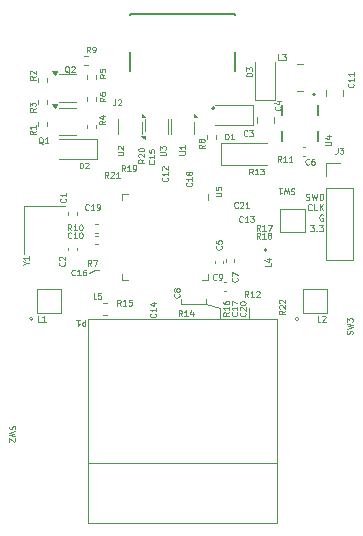
<source format=gbr>
%TF.GenerationSoftware,KiCad,Pcbnew,9.0.6-rc2*%
%TF.CreationDate,2026-01-29T22:58:21-08:00*%
%TF.ProjectId,hoja-dongle,686f6a61-2d64-46f6-9e67-6c652e6b6963,rev?*%
%TF.SameCoordinates,Original*%
%TF.FileFunction,Legend,Top*%
%TF.FilePolarity,Positive*%
%FSLAX46Y46*%
G04 Gerber Fmt 4.6, Leading zero omitted, Abs format (unit mm)*
G04 Created by KiCad (PCBNEW 9.0.6-rc2) date 2026-01-29 22:58:21*
%MOMM*%
%LPD*%
G01*
G04 APERTURE LIST*
%ADD10C,0.120000*%
%ADD11C,0.115000*%
%ADD12C,0.100000*%
%ADD13C,0.191421*%
%ADD14C,0.200000*%
%ADD15C,0.127000*%
G04 APERTURE END LIST*
D10*
X118100189Y-52130000D02*
X118100189Y-52270000D01*
X107020000Y-48370000D02*
X107520000Y-48170000D01*
X116910000Y-51030000D02*
X116910000Y-50620000D01*
X116910000Y-51030000D02*
X118100189Y-51369569D01*
X120545000Y-51400000D02*
X120555000Y-52270000D01*
X114790000Y-50600000D02*
X114790000Y-51030000D01*
X114790000Y-51030000D02*
X116910000Y-51030000D01*
X107520000Y-48170000D02*
X107840000Y-48170000D01*
X118100189Y-51369569D02*
X118100189Y-52130000D01*
X125363433Y-42193853D02*
X125442005Y-42220043D01*
X125442005Y-42220043D02*
X125572957Y-42220043D01*
X125572957Y-42220043D02*
X125625338Y-42193853D01*
X125625338Y-42193853D02*
X125651529Y-42167662D01*
X125651529Y-42167662D02*
X125677719Y-42115281D01*
X125677719Y-42115281D02*
X125677719Y-42062900D01*
X125677719Y-42062900D02*
X125651529Y-42010519D01*
X125651529Y-42010519D02*
X125625338Y-41984329D01*
X125625338Y-41984329D02*
X125572957Y-41958138D01*
X125572957Y-41958138D02*
X125468195Y-41931948D01*
X125468195Y-41931948D02*
X125415814Y-41905757D01*
X125415814Y-41905757D02*
X125389624Y-41879567D01*
X125389624Y-41879567D02*
X125363433Y-41827186D01*
X125363433Y-41827186D02*
X125363433Y-41774805D01*
X125363433Y-41774805D02*
X125389624Y-41722424D01*
X125389624Y-41722424D02*
X125415814Y-41696233D01*
X125415814Y-41696233D02*
X125468195Y-41670043D01*
X125468195Y-41670043D02*
X125599148Y-41670043D01*
X125599148Y-41670043D02*
X125677719Y-41696233D01*
X125861053Y-41670043D02*
X125992005Y-42220043D01*
X125992005Y-42220043D02*
X126096767Y-41827186D01*
X126096767Y-41827186D02*
X126201529Y-42220043D01*
X126201529Y-42220043D02*
X126332482Y-41670043D01*
X126542005Y-42220043D02*
X126542005Y-41670043D01*
X126542005Y-41670043D02*
X126672957Y-41670043D01*
X126672957Y-41670043D02*
X126751529Y-41696233D01*
X126751529Y-41696233D02*
X126803910Y-41748614D01*
X126803910Y-41748614D02*
X126830100Y-41800995D01*
X126830100Y-41800995D02*
X126856291Y-41905757D01*
X126856291Y-41905757D02*
X126856291Y-41984329D01*
X126856291Y-41984329D02*
X126830100Y-42089091D01*
X126830100Y-42089091D02*
X126803910Y-42141472D01*
X126803910Y-42141472D02*
X126751529Y-42193853D01*
X126751529Y-42193853D02*
X126672957Y-42220043D01*
X126672957Y-42220043D02*
X126542005Y-42220043D01*
X125861053Y-43053131D02*
X125834862Y-43079322D01*
X125834862Y-43079322D02*
X125756291Y-43105512D01*
X125756291Y-43105512D02*
X125703910Y-43105512D01*
X125703910Y-43105512D02*
X125625338Y-43079322D01*
X125625338Y-43079322D02*
X125572957Y-43026941D01*
X125572957Y-43026941D02*
X125546767Y-42974560D01*
X125546767Y-42974560D02*
X125520576Y-42869798D01*
X125520576Y-42869798D02*
X125520576Y-42791226D01*
X125520576Y-42791226D02*
X125546767Y-42686464D01*
X125546767Y-42686464D02*
X125572957Y-42634083D01*
X125572957Y-42634083D02*
X125625338Y-42581702D01*
X125625338Y-42581702D02*
X125703910Y-42555512D01*
X125703910Y-42555512D02*
X125756291Y-42555512D01*
X125756291Y-42555512D02*
X125834862Y-42581702D01*
X125834862Y-42581702D02*
X125861053Y-42607893D01*
X126358672Y-43105512D02*
X126096767Y-43105512D01*
X126096767Y-43105512D02*
X126096767Y-42555512D01*
X126542005Y-43105512D02*
X126542005Y-42555512D01*
X126856291Y-43105512D02*
X126620576Y-42791226D01*
X126856291Y-42555512D02*
X126542005Y-42869798D01*
X126830100Y-43467171D02*
X126777719Y-43440981D01*
X126777719Y-43440981D02*
X126699148Y-43440981D01*
X126699148Y-43440981D02*
X126620576Y-43467171D01*
X126620576Y-43467171D02*
X126568195Y-43519552D01*
X126568195Y-43519552D02*
X126542005Y-43571933D01*
X126542005Y-43571933D02*
X126515814Y-43676695D01*
X126515814Y-43676695D02*
X126515814Y-43755267D01*
X126515814Y-43755267D02*
X126542005Y-43860029D01*
X126542005Y-43860029D02*
X126568195Y-43912410D01*
X126568195Y-43912410D02*
X126620576Y-43964791D01*
X126620576Y-43964791D02*
X126699148Y-43990981D01*
X126699148Y-43990981D02*
X126751529Y-43990981D01*
X126751529Y-43990981D02*
X126830100Y-43964791D01*
X126830100Y-43964791D02*
X126856291Y-43938600D01*
X126856291Y-43938600D02*
X126856291Y-43755267D01*
X126856291Y-43755267D02*
X126751529Y-43755267D01*
X125730099Y-44326450D02*
X126070575Y-44326450D01*
X126070575Y-44326450D02*
X125887242Y-44535974D01*
X125887242Y-44535974D02*
X125965813Y-44535974D01*
X125965813Y-44535974D02*
X126018194Y-44562164D01*
X126018194Y-44562164D02*
X126044385Y-44588355D01*
X126044385Y-44588355D02*
X126070575Y-44640736D01*
X126070575Y-44640736D02*
X126070575Y-44771688D01*
X126070575Y-44771688D02*
X126044385Y-44824069D01*
X126044385Y-44824069D02*
X126018194Y-44850260D01*
X126018194Y-44850260D02*
X125965813Y-44876450D01*
X125965813Y-44876450D02*
X125808670Y-44876450D01*
X125808670Y-44876450D02*
X125756289Y-44850260D01*
X125756289Y-44850260D02*
X125730099Y-44824069D01*
X126306290Y-44824069D02*
X126332480Y-44850260D01*
X126332480Y-44850260D02*
X126306290Y-44876450D01*
X126306290Y-44876450D02*
X126280099Y-44850260D01*
X126280099Y-44850260D02*
X126306290Y-44824069D01*
X126306290Y-44824069D02*
X126306290Y-44876450D01*
X126515814Y-44326450D02*
X126856290Y-44326450D01*
X126856290Y-44326450D02*
X126672957Y-44535974D01*
X126672957Y-44535974D02*
X126751528Y-44535974D01*
X126751528Y-44535974D02*
X126803909Y-44562164D01*
X126803909Y-44562164D02*
X126830100Y-44588355D01*
X126830100Y-44588355D02*
X126856290Y-44640736D01*
X126856290Y-44640736D02*
X126856290Y-44771688D01*
X126856290Y-44771688D02*
X126830100Y-44824069D01*
X126830100Y-44824069D02*
X126803909Y-44850260D01*
X126803909Y-44850260D02*
X126751528Y-44876450D01*
X126751528Y-44876450D02*
X126594385Y-44876450D01*
X126594385Y-44876450D02*
X126542004Y-44850260D01*
X126542004Y-44850260D02*
X126515814Y-44824069D01*
X120888571Y-40055069D02*
X120721905Y-39816974D01*
X120602857Y-40055069D02*
X120602857Y-39555069D01*
X120602857Y-39555069D02*
X120793333Y-39555069D01*
X120793333Y-39555069D02*
X120840952Y-39578879D01*
X120840952Y-39578879D02*
X120864762Y-39602688D01*
X120864762Y-39602688D02*
X120888571Y-39650307D01*
X120888571Y-39650307D02*
X120888571Y-39721736D01*
X120888571Y-39721736D02*
X120864762Y-39769355D01*
X120864762Y-39769355D02*
X120840952Y-39793164D01*
X120840952Y-39793164D02*
X120793333Y-39816974D01*
X120793333Y-39816974D02*
X120602857Y-39816974D01*
X121364762Y-40055069D02*
X121079048Y-40055069D01*
X121221905Y-40055069D02*
X121221905Y-39555069D01*
X121221905Y-39555069D02*
X121174286Y-39626498D01*
X121174286Y-39626498D02*
X121126667Y-39674117D01*
X121126667Y-39674117D02*
X121079048Y-39697926D01*
X121531428Y-39555069D02*
X121840952Y-39555069D01*
X121840952Y-39555069D02*
X121674285Y-39745545D01*
X121674285Y-39745545D02*
X121745714Y-39745545D01*
X121745714Y-39745545D02*
X121793333Y-39769355D01*
X121793333Y-39769355D02*
X121817142Y-39793164D01*
X121817142Y-39793164D02*
X121840952Y-39840783D01*
X121840952Y-39840783D02*
X121840952Y-39959831D01*
X121840952Y-39959831D02*
X121817142Y-40007450D01*
X121817142Y-40007450D02*
X121793333Y-40031260D01*
X121793333Y-40031260D02*
X121745714Y-40055069D01*
X121745714Y-40055069D02*
X121602857Y-40055069D01*
X121602857Y-40055069D02*
X121555238Y-40031260D01*
X121555238Y-40031260D02*
X121531428Y-40007450D01*
D11*
X113647710Y-40331428D02*
X113671520Y-40355237D01*
X113671520Y-40355237D02*
X113695329Y-40426666D01*
X113695329Y-40426666D02*
X113695329Y-40474285D01*
X113695329Y-40474285D02*
X113671520Y-40545713D01*
X113671520Y-40545713D02*
X113623900Y-40593332D01*
X113623900Y-40593332D02*
X113576281Y-40617142D01*
X113576281Y-40617142D02*
X113481043Y-40640951D01*
X113481043Y-40640951D02*
X113409615Y-40640951D01*
X113409615Y-40640951D02*
X113314377Y-40617142D01*
X113314377Y-40617142D02*
X113266758Y-40593332D01*
X113266758Y-40593332D02*
X113219139Y-40545713D01*
X113219139Y-40545713D02*
X113195329Y-40474285D01*
X113195329Y-40474285D02*
X113195329Y-40426666D01*
X113195329Y-40426666D02*
X113219139Y-40355237D01*
X113219139Y-40355237D02*
X113242948Y-40331428D01*
X113695329Y-39855237D02*
X113695329Y-40140951D01*
X113695329Y-39998094D02*
X113195329Y-39998094D01*
X113195329Y-39998094D02*
X113266758Y-40045713D01*
X113266758Y-40045713D02*
X113314377Y-40093332D01*
X113314377Y-40093332D02*
X113338186Y-40140951D01*
X113242948Y-39664761D02*
X113219139Y-39640952D01*
X113219139Y-39640952D02*
X113195329Y-39593333D01*
X113195329Y-39593333D02*
X113195329Y-39474285D01*
X113195329Y-39474285D02*
X113219139Y-39426666D01*
X113219139Y-39426666D02*
X113242948Y-39402857D01*
X113242948Y-39402857D02*
X113290567Y-39379047D01*
X113290567Y-39379047D02*
X113338186Y-39379047D01*
X113338186Y-39379047D02*
X113409615Y-39402857D01*
X113409615Y-39402857D02*
X113695329Y-39688571D01*
X113695329Y-39688571D02*
X113695329Y-39379047D01*
X106709047Y-52344670D02*
X106709047Y-52844670D01*
X106709047Y-52844670D02*
X106518571Y-52844670D01*
X106518571Y-52844670D02*
X106470952Y-52820860D01*
X106470952Y-52820860D02*
X106447142Y-52797051D01*
X106447142Y-52797051D02*
X106423333Y-52749432D01*
X106423333Y-52749432D02*
X106423333Y-52678003D01*
X106423333Y-52678003D02*
X106447142Y-52630384D01*
X106447142Y-52630384D02*
X106470952Y-52606575D01*
X106470952Y-52606575D02*
X106518571Y-52582765D01*
X106518571Y-52582765D02*
X106709047Y-52582765D01*
X105947142Y-52344670D02*
X106232856Y-52344670D01*
X106089999Y-52344670D02*
X106089999Y-52844670D01*
X106089999Y-52844670D02*
X106137618Y-52773241D01*
X106137618Y-52773241D02*
X106185237Y-52725622D01*
X106185237Y-52725622D02*
X106232856Y-52701813D01*
X120028571Y-44037710D02*
X120004762Y-44061520D01*
X120004762Y-44061520D02*
X119933333Y-44085329D01*
X119933333Y-44085329D02*
X119885714Y-44085329D01*
X119885714Y-44085329D02*
X119814286Y-44061520D01*
X119814286Y-44061520D02*
X119766667Y-44013900D01*
X119766667Y-44013900D02*
X119742857Y-43966281D01*
X119742857Y-43966281D02*
X119719048Y-43871043D01*
X119719048Y-43871043D02*
X119719048Y-43799615D01*
X119719048Y-43799615D02*
X119742857Y-43704377D01*
X119742857Y-43704377D02*
X119766667Y-43656758D01*
X119766667Y-43656758D02*
X119814286Y-43609139D01*
X119814286Y-43609139D02*
X119885714Y-43585329D01*
X119885714Y-43585329D02*
X119933333Y-43585329D01*
X119933333Y-43585329D02*
X120004762Y-43609139D01*
X120004762Y-43609139D02*
X120028571Y-43632948D01*
X120504762Y-44085329D02*
X120219048Y-44085329D01*
X120361905Y-44085329D02*
X120361905Y-43585329D01*
X120361905Y-43585329D02*
X120314286Y-43656758D01*
X120314286Y-43656758D02*
X120266667Y-43704377D01*
X120266667Y-43704377D02*
X120219048Y-43728186D01*
X120671428Y-43585329D02*
X120980952Y-43585329D01*
X120980952Y-43585329D02*
X120814285Y-43775805D01*
X120814285Y-43775805D02*
X120885714Y-43775805D01*
X120885714Y-43775805D02*
X120933333Y-43799615D01*
X120933333Y-43799615D02*
X120957142Y-43823424D01*
X120957142Y-43823424D02*
X120980952Y-43871043D01*
X120980952Y-43871043D02*
X120980952Y-43990091D01*
X120980952Y-43990091D02*
X120957142Y-44037710D01*
X120957142Y-44037710D02*
X120933333Y-44061520D01*
X120933333Y-44061520D02*
X120885714Y-44085329D01*
X120885714Y-44085329D02*
X120742857Y-44085329D01*
X120742857Y-44085329D02*
X120695238Y-44061520D01*
X120695238Y-44061520D02*
X120671428Y-44037710D01*
X107206666Y-47775329D02*
X107040000Y-47537234D01*
X106920952Y-47775329D02*
X106920952Y-47275329D01*
X106920952Y-47275329D02*
X107111428Y-47275329D01*
X107111428Y-47275329D02*
X107159047Y-47299139D01*
X107159047Y-47299139D02*
X107182857Y-47322948D01*
X107182857Y-47322948D02*
X107206666Y-47370567D01*
X107206666Y-47370567D02*
X107206666Y-47441996D01*
X107206666Y-47441996D02*
X107182857Y-47489615D01*
X107182857Y-47489615D02*
X107159047Y-47513424D01*
X107159047Y-47513424D02*
X107111428Y-47537234D01*
X107111428Y-47537234D02*
X106920952Y-47537234D01*
X107373333Y-47275329D02*
X107706666Y-47275329D01*
X107706666Y-47275329D02*
X107492381Y-47775329D01*
X113025329Y-38440952D02*
X113430091Y-38440952D01*
X113430091Y-38440952D02*
X113477710Y-38417142D01*
X113477710Y-38417142D02*
X113501520Y-38393333D01*
X113501520Y-38393333D02*
X113525329Y-38345714D01*
X113525329Y-38345714D02*
X113525329Y-38250476D01*
X113525329Y-38250476D02*
X113501520Y-38202857D01*
X113501520Y-38202857D02*
X113477710Y-38179047D01*
X113477710Y-38179047D02*
X113430091Y-38155238D01*
X113430091Y-38155238D02*
X113025329Y-38155238D01*
X113025329Y-37964761D02*
X113025329Y-37655237D01*
X113025329Y-37655237D02*
X113215805Y-37821904D01*
X113215805Y-37821904D02*
X113215805Y-37750475D01*
X113215805Y-37750475D02*
X113239615Y-37702856D01*
X113239615Y-37702856D02*
X113263424Y-37679047D01*
X113263424Y-37679047D02*
X113311043Y-37655237D01*
X113311043Y-37655237D02*
X113430091Y-37655237D01*
X113430091Y-37655237D02*
X113477710Y-37679047D01*
X113477710Y-37679047D02*
X113501520Y-37702856D01*
X113501520Y-37702856D02*
X113525329Y-37750475D01*
X113525329Y-37750475D02*
X113525329Y-37893332D01*
X113525329Y-37893332D02*
X113501520Y-37940951D01*
X113501520Y-37940951D02*
X113477710Y-37964761D01*
X109708571Y-51155329D02*
X109541905Y-50917234D01*
X109422857Y-51155329D02*
X109422857Y-50655329D01*
X109422857Y-50655329D02*
X109613333Y-50655329D01*
X109613333Y-50655329D02*
X109660952Y-50679139D01*
X109660952Y-50679139D02*
X109684762Y-50702948D01*
X109684762Y-50702948D02*
X109708571Y-50750567D01*
X109708571Y-50750567D02*
X109708571Y-50821996D01*
X109708571Y-50821996D02*
X109684762Y-50869615D01*
X109684762Y-50869615D02*
X109660952Y-50893424D01*
X109660952Y-50893424D02*
X109613333Y-50917234D01*
X109613333Y-50917234D02*
X109422857Y-50917234D01*
X110184762Y-51155329D02*
X109899048Y-51155329D01*
X110041905Y-51155329D02*
X110041905Y-50655329D01*
X110041905Y-50655329D02*
X109994286Y-50726758D01*
X109994286Y-50726758D02*
X109946667Y-50774377D01*
X109946667Y-50774377D02*
X109899048Y-50798186D01*
X110637142Y-50655329D02*
X110399047Y-50655329D01*
X110399047Y-50655329D02*
X110375238Y-50893424D01*
X110375238Y-50893424D02*
X110399047Y-50869615D01*
X110399047Y-50869615D02*
X110446666Y-50845805D01*
X110446666Y-50845805D02*
X110565714Y-50845805D01*
X110565714Y-50845805D02*
X110613333Y-50869615D01*
X110613333Y-50869615D02*
X110637142Y-50893424D01*
X110637142Y-50893424D02*
X110660952Y-50941043D01*
X110660952Y-50941043D02*
X110660952Y-51060091D01*
X110660952Y-51060091D02*
X110637142Y-51107710D01*
X110637142Y-51107710D02*
X110613333Y-51131520D01*
X110613333Y-51131520D02*
X110565714Y-51155329D01*
X110565714Y-51155329D02*
X110446666Y-51155329D01*
X110446666Y-51155329D02*
X110399047Y-51131520D01*
X110399047Y-51131520D02*
X110375238Y-51107710D01*
X105518571Y-45407710D02*
X105494762Y-45431520D01*
X105494762Y-45431520D02*
X105423333Y-45455329D01*
X105423333Y-45455329D02*
X105375714Y-45455329D01*
X105375714Y-45455329D02*
X105304286Y-45431520D01*
X105304286Y-45431520D02*
X105256667Y-45383900D01*
X105256667Y-45383900D02*
X105232857Y-45336281D01*
X105232857Y-45336281D02*
X105209048Y-45241043D01*
X105209048Y-45241043D02*
X105209048Y-45169615D01*
X105209048Y-45169615D02*
X105232857Y-45074377D01*
X105232857Y-45074377D02*
X105256667Y-45026758D01*
X105256667Y-45026758D02*
X105304286Y-44979139D01*
X105304286Y-44979139D02*
X105375714Y-44955329D01*
X105375714Y-44955329D02*
X105423333Y-44955329D01*
X105423333Y-44955329D02*
X105494762Y-44979139D01*
X105494762Y-44979139D02*
X105518571Y-45002948D01*
X105994762Y-45455329D02*
X105709048Y-45455329D01*
X105851905Y-45455329D02*
X105851905Y-44955329D01*
X105851905Y-44955329D02*
X105804286Y-45026758D01*
X105804286Y-45026758D02*
X105756667Y-45074377D01*
X105756667Y-45074377D02*
X105709048Y-45098186D01*
X106304285Y-44955329D02*
X106351904Y-44955329D01*
X106351904Y-44955329D02*
X106399523Y-44979139D01*
X106399523Y-44979139D02*
X106423333Y-45002948D01*
X106423333Y-45002948D02*
X106447142Y-45050567D01*
X106447142Y-45050567D02*
X106470952Y-45145805D01*
X106470952Y-45145805D02*
X106470952Y-45264853D01*
X106470952Y-45264853D02*
X106447142Y-45360091D01*
X106447142Y-45360091D02*
X106423333Y-45407710D01*
X106423333Y-45407710D02*
X106399523Y-45431520D01*
X106399523Y-45431520D02*
X106351904Y-45455329D01*
X106351904Y-45455329D02*
X106304285Y-45455329D01*
X106304285Y-45455329D02*
X106256666Y-45431520D01*
X106256666Y-45431520D02*
X106232857Y-45407710D01*
X106232857Y-45407710D02*
X106209047Y-45360091D01*
X106209047Y-45360091D02*
X106185238Y-45264853D01*
X106185238Y-45264853D02*
X106185238Y-45145805D01*
X106185238Y-45145805D02*
X106209047Y-45050567D01*
X106209047Y-45050567D02*
X106232857Y-45002948D01*
X106232857Y-45002948D02*
X106256666Y-44979139D01*
X106256666Y-44979139D02*
X106304285Y-44955329D01*
X118548452Y-37095330D02*
X118548452Y-36595330D01*
X118548452Y-36595330D02*
X118667500Y-36595330D01*
X118667500Y-36595330D02*
X118738928Y-36619140D01*
X118738928Y-36619140D02*
X118786547Y-36666759D01*
X118786547Y-36666759D02*
X118810357Y-36714378D01*
X118810357Y-36714378D02*
X118834166Y-36809616D01*
X118834166Y-36809616D02*
X118834166Y-36881044D01*
X118834166Y-36881044D02*
X118810357Y-36976282D01*
X118810357Y-36976282D02*
X118786547Y-37023901D01*
X118786547Y-37023901D02*
X118738928Y-37071521D01*
X118738928Y-37071521D02*
X118667500Y-37095330D01*
X118667500Y-37095330D02*
X118548452Y-37095330D01*
X119310357Y-37095330D02*
X119024643Y-37095330D01*
X119167500Y-37095330D02*
X119167500Y-36595330D01*
X119167500Y-36595330D02*
X119119881Y-36666759D01*
X119119881Y-36666759D02*
X119072262Y-36714378D01*
X119072262Y-36714378D02*
X119024643Y-36738187D01*
X118217710Y-46103333D02*
X118241520Y-46127142D01*
X118241520Y-46127142D02*
X118265329Y-46198571D01*
X118265329Y-46198571D02*
X118265329Y-46246190D01*
X118265329Y-46246190D02*
X118241520Y-46317618D01*
X118241520Y-46317618D02*
X118193900Y-46365237D01*
X118193900Y-46365237D02*
X118146281Y-46389047D01*
X118146281Y-46389047D02*
X118051043Y-46412856D01*
X118051043Y-46412856D02*
X117979615Y-46412856D01*
X117979615Y-46412856D02*
X117884377Y-46389047D01*
X117884377Y-46389047D02*
X117836758Y-46365237D01*
X117836758Y-46365237D02*
X117789139Y-46317618D01*
X117789139Y-46317618D02*
X117765329Y-46246190D01*
X117765329Y-46246190D02*
X117765329Y-46198571D01*
X117765329Y-46198571D02*
X117789139Y-46127142D01*
X117789139Y-46127142D02*
X117812948Y-46103333D01*
X117765329Y-45650952D02*
X117765329Y-45889047D01*
X117765329Y-45889047D02*
X118003424Y-45912856D01*
X118003424Y-45912856D02*
X117979615Y-45889047D01*
X117979615Y-45889047D02*
X117955805Y-45841428D01*
X117955805Y-45841428D02*
X117955805Y-45722380D01*
X117955805Y-45722380D02*
X117979615Y-45674761D01*
X117979615Y-45674761D02*
X118003424Y-45650952D01*
X118003424Y-45650952D02*
X118051043Y-45627142D01*
X118051043Y-45627142D02*
X118170091Y-45627142D01*
X118170091Y-45627142D02*
X118217710Y-45650952D01*
X118217710Y-45650952D02*
X118241520Y-45674761D01*
X118241520Y-45674761D02*
X118265329Y-45722380D01*
X118265329Y-45722380D02*
X118265329Y-45841428D01*
X118265329Y-45841428D02*
X118241520Y-45889047D01*
X118241520Y-45889047D02*
X118217710Y-45912856D01*
X101687234Y-47578094D02*
X101925329Y-47578094D01*
X101425329Y-47744760D02*
X101687234Y-47578094D01*
X101687234Y-47578094D02*
X101425329Y-47411427D01*
X101925329Y-46982856D02*
X101925329Y-47268570D01*
X101925329Y-47125713D02*
X101425329Y-47125713D01*
X101425329Y-47125713D02*
X101496758Y-47173332D01*
X101496758Y-47173332D02*
X101544377Y-47220951D01*
X101544377Y-47220951D02*
X101568186Y-47268570D01*
X121498571Y-44815329D02*
X121331905Y-44577234D01*
X121212857Y-44815329D02*
X121212857Y-44315329D01*
X121212857Y-44315329D02*
X121403333Y-44315329D01*
X121403333Y-44315329D02*
X121450952Y-44339139D01*
X121450952Y-44339139D02*
X121474762Y-44362948D01*
X121474762Y-44362948D02*
X121498571Y-44410567D01*
X121498571Y-44410567D02*
X121498571Y-44481996D01*
X121498571Y-44481996D02*
X121474762Y-44529615D01*
X121474762Y-44529615D02*
X121450952Y-44553424D01*
X121450952Y-44553424D02*
X121403333Y-44577234D01*
X121403333Y-44577234D02*
X121212857Y-44577234D01*
X121974762Y-44815329D02*
X121689048Y-44815329D01*
X121831905Y-44815329D02*
X121831905Y-44315329D01*
X121831905Y-44315329D02*
X121784286Y-44386758D01*
X121784286Y-44386758D02*
X121736667Y-44434377D01*
X121736667Y-44434377D02*
X121689048Y-44458186D01*
X122141428Y-44315329D02*
X122474761Y-44315329D01*
X122474761Y-44315329D02*
X122260476Y-44815329D01*
X108415329Y-33563333D02*
X108177234Y-33729999D01*
X108415329Y-33849047D02*
X107915329Y-33849047D01*
X107915329Y-33849047D02*
X107915329Y-33658571D01*
X107915329Y-33658571D02*
X107939139Y-33610952D01*
X107939139Y-33610952D02*
X107962948Y-33587142D01*
X107962948Y-33587142D02*
X108010567Y-33563333D01*
X108010567Y-33563333D02*
X108081996Y-33563333D01*
X108081996Y-33563333D02*
X108129615Y-33587142D01*
X108129615Y-33587142D02*
X108153424Y-33610952D01*
X108153424Y-33610952D02*
X108177234Y-33658571D01*
X108177234Y-33658571D02*
X108177234Y-33849047D01*
X107915329Y-33134761D02*
X107915329Y-33229999D01*
X107915329Y-33229999D02*
X107939139Y-33277618D01*
X107939139Y-33277618D02*
X107962948Y-33301428D01*
X107962948Y-33301428D02*
X108034377Y-33349047D01*
X108034377Y-33349047D02*
X108129615Y-33372856D01*
X108129615Y-33372856D02*
X108320091Y-33372856D01*
X108320091Y-33372856D02*
X108367710Y-33349047D01*
X108367710Y-33349047D02*
X108391520Y-33325237D01*
X108391520Y-33325237D02*
X108415329Y-33277618D01*
X108415329Y-33277618D02*
X108415329Y-33182380D01*
X108415329Y-33182380D02*
X108391520Y-33134761D01*
X108391520Y-33134761D02*
X108367710Y-33110952D01*
X108367710Y-33110952D02*
X108320091Y-33087142D01*
X108320091Y-33087142D02*
X108201043Y-33087142D01*
X108201043Y-33087142D02*
X108153424Y-33110952D01*
X108153424Y-33110952D02*
X108129615Y-33134761D01*
X108129615Y-33134761D02*
X108105805Y-33182380D01*
X108105805Y-33182380D02*
X108105805Y-33277618D01*
X108105805Y-33277618D02*
X108129615Y-33325237D01*
X108129615Y-33325237D02*
X108153424Y-33349047D01*
X108153424Y-33349047D02*
X108201043Y-33372856D01*
X107116666Y-29725329D02*
X106950000Y-29487234D01*
X106830952Y-29725329D02*
X106830952Y-29225329D01*
X106830952Y-29225329D02*
X107021428Y-29225329D01*
X107021428Y-29225329D02*
X107069047Y-29249139D01*
X107069047Y-29249139D02*
X107092857Y-29272948D01*
X107092857Y-29272948D02*
X107116666Y-29320567D01*
X107116666Y-29320567D02*
X107116666Y-29391996D01*
X107116666Y-29391996D02*
X107092857Y-29439615D01*
X107092857Y-29439615D02*
X107069047Y-29463424D01*
X107069047Y-29463424D02*
X107021428Y-29487234D01*
X107021428Y-29487234D02*
X106830952Y-29487234D01*
X107354762Y-29725329D02*
X107450000Y-29725329D01*
X107450000Y-29725329D02*
X107497619Y-29701520D01*
X107497619Y-29701520D02*
X107521428Y-29677710D01*
X107521428Y-29677710D02*
X107569047Y-29606281D01*
X107569047Y-29606281D02*
X107592857Y-29511043D01*
X107592857Y-29511043D02*
X107592857Y-29320567D01*
X107592857Y-29320567D02*
X107569047Y-29272948D01*
X107569047Y-29272948D02*
X107545238Y-29249139D01*
X107545238Y-29249139D02*
X107497619Y-29225329D01*
X107497619Y-29225329D02*
X107402381Y-29225329D01*
X107402381Y-29225329D02*
X107354762Y-29249139D01*
X107354762Y-29249139D02*
X107330952Y-29272948D01*
X107330952Y-29272948D02*
X107307143Y-29320567D01*
X107307143Y-29320567D02*
X107307143Y-29439615D01*
X107307143Y-29439615D02*
X107330952Y-29487234D01*
X107330952Y-29487234D02*
X107354762Y-29511043D01*
X107354762Y-29511043D02*
X107402381Y-29534853D01*
X107402381Y-29534853D02*
X107497619Y-29534853D01*
X107497619Y-29534853D02*
X107545238Y-29511043D01*
X107545238Y-29511043D02*
X107569047Y-29487234D01*
X107569047Y-29487234D02*
X107592857Y-29439615D01*
X106988571Y-43017710D02*
X106964762Y-43041520D01*
X106964762Y-43041520D02*
X106893333Y-43065329D01*
X106893333Y-43065329D02*
X106845714Y-43065329D01*
X106845714Y-43065329D02*
X106774286Y-43041520D01*
X106774286Y-43041520D02*
X106726667Y-42993900D01*
X106726667Y-42993900D02*
X106702857Y-42946281D01*
X106702857Y-42946281D02*
X106679048Y-42851043D01*
X106679048Y-42851043D02*
X106679048Y-42779615D01*
X106679048Y-42779615D02*
X106702857Y-42684377D01*
X106702857Y-42684377D02*
X106726667Y-42636758D01*
X106726667Y-42636758D02*
X106774286Y-42589139D01*
X106774286Y-42589139D02*
X106845714Y-42565329D01*
X106845714Y-42565329D02*
X106893333Y-42565329D01*
X106893333Y-42565329D02*
X106964762Y-42589139D01*
X106964762Y-42589139D02*
X106988571Y-42612948D01*
X107464762Y-43065329D02*
X107179048Y-43065329D01*
X107321905Y-43065329D02*
X107321905Y-42565329D01*
X107321905Y-42565329D02*
X107274286Y-42636758D01*
X107274286Y-42636758D02*
X107226667Y-42684377D01*
X107226667Y-42684377D02*
X107179048Y-42708186D01*
X107702857Y-43065329D02*
X107798095Y-43065329D01*
X107798095Y-43065329D02*
X107845714Y-43041520D01*
X107845714Y-43041520D02*
X107869523Y-43017710D01*
X107869523Y-43017710D02*
X107917142Y-42946281D01*
X107917142Y-42946281D02*
X107940952Y-42851043D01*
X107940952Y-42851043D02*
X107940952Y-42660567D01*
X107940952Y-42660567D02*
X107917142Y-42612948D01*
X107917142Y-42612948D02*
X107893333Y-42589139D01*
X107893333Y-42589139D02*
X107845714Y-42565329D01*
X107845714Y-42565329D02*
X107750476Y-42565329D01*
X107750476Y-42565329D02*
X107702857Y-42589139D01*
X107702857Y-42589139D02*
X107679047Y-42612948D01*
X107679047Y-42612948D02*
X107655238Y-42660567D01*
X107655238Y-42660567D02*
X107655238Y-42779615D01*
X107655238Y-42779615D02*
X107679047Y-42827234D01*
X107679047Y-42827234D02*
X107702857Y-42851043D01*
X107702857Y-42851043D02*
X107750476Y-42874853D01*
X107750476Y-42874853D02*
X107845714Y-42874853D01*
X107845714Y-42874853D02*
X107893333Y-42851043D01*
X107893333Y-42851043D02*
X107917142Y-42827234D01*
X107917142Y-42827234D02*
X107940952Y-42779615D01*
X114647710Y-50173333D02*
X114671520Y-50197142D01*
X114671520Y-50197142D02*
X114695329Y-50268571D01*
X114695329Y-50268571D02*
X114695329Y-50316190D01*
X114695329Y-50316190D02*
X114671520Y-50387618D01*
X114671520Y-50387618D02*
X114623900Y-50435237D01*
X114623900Y-50435237D02*
X114576281Y-50459047D01*
X114576281Y-50459047D02*
X114481043Y-50482856D01*
X114481043Y-50482856D02*
X114409615Y-50482856D01*
X114409615Y-50482856D02*
X114314377Y-50459047D01*
X114314377Y-50459047D02*
X114266758Y-50435237D01*
X114266758Y-50435237D02*
X114219139Y-50387618D01*
X114219139Y-50387618D02*
X114195329Y-50316190D01*
X114195329Y-50316190D02*
X114195329Y-50268571D01*
X114195329Y-50268571D02*
X114219139Y-50197142D01*
X114219139Y-50197142D02*
X114242948Y-50173333D01*
X114409615Y-49887618D02*
X114385805Y-49935237D01*
X114385805Y-49935237D02*
X114361996Y-49959047D01*
X114361996Y-49959047D02*
X114314377Y-49982856D01*
X114314377Y-49982856D02*
X114290567Y-49982856D01*
X114290567Y-49982856D02*
X114242948Y-49959047D01*
X114242948Y-49959047D02*
X114219139Y-49935237D01*
X114219139Y-49935237D02*
X114195329Y-49887618D01*
X114195329Y-49887618D02*
X114195329Y-49792380D01*
X114195329Y-49792380D02*
X114219139Y-49744761D01*
X114219139Y-49744761D02*
X114242948Y-49720952D01*
X114242948Y-49720952D02*
X114290567Y-49697142D01*
X114290567Y-49697142D02*
X114314377Y-49697142D01*
X114314377Y-49697142D02*
X114361996Y-49720952D01*
X114361996Y-49720952D02*
X114385805Y-49744761D01*
X114385805Y-49744761D02*
X114409615Y-49792380D01*
X114409615Y-49792380D02*
X114409615Y-49887618D01*
X114409615Y-49887618D02*
X114433424Y-49935237D01*
X114433424Y-49935237D02*
X114457234Y-49959047D01*
X114457234Y-49959047D02*
X114504853Y-49982856D01*
X114504853Y-49982856D02*
X114600091Y-49982856D01*
X114600091Y-49982856D02*
X114647710Y-49959047D01*
X114647710Y-49959047D02*
X114671520Y-49935237D01*
X114671520Y-49935237D02*
X114695329Y-49887618D01*
X114695329Y-49887618D02*
X114695329Y-49792380D01*
X114695329Y-49792380D02*
X114671520Y-49744761D01*
X114671520Y-49744761D02*
X114647710Y-49720952D01*
X114647710Y-49720952D02*
X114600091Y-49697142D01*
X114600091Y-49697142D02*
X114504853Y-49697142D01*
X114504853Y-49697142D02*
X114457234Y-49720952D01*
X114457234Y-49720952D02*
X114433424Y-49744761D01*
X114433424Y-49744761D02*
X114409615Y-49792380D01*
X115697710Y-40761428D02*
X115721520Y-40785237D01*
X115721520Y-40785237D02*
X115745329Y-40856666D01*
X115745329Y-40856666D02*
X115745329Y-40904285D01*
X115745329Y-40904285D02*
X115721520Y-40975713D01*
X115721520Y-40975713D02*
X115673900Y-41023332D01*
X115673900Y-41023332D02*
X115626281Y-41047142D01*
X115626281Y-41047142D02*
X115531043Y-41070951D01*
X115531043Y-41070951D02*
X115459615Y-41070951D01*
X115459615Y-41070951D02*
X115364377Y-41047142D01*
X115364377Y-41047142D02*
X115316758Y-41023332D01*
X115316758Y-41023332D02*
X115269139Y-40975713D01*
X115269139Y-40975713D02*
X115245329Y-40904285D01*
X115245329Y-40904285D02*
X115245329Y-40856666D01*
X115245329Y-40856666D02*
X115269139Y-40785237D01*
X115269139Y-40785237D02*
X115292948Y-40761428D01*
X115745329Y-40285237D02*
X115745329Y-40570951D01*
X115745329Y-40428094D02*
X115245329Y-40428094D01*
X115245329Y-40428094D02*
X115316758Y-40475713D01*
X115316758Y-40475713D02*
X115364377Y-40523332D01*
X115364377Y-40523332D02*
X115388186Y-40570951D01*
X115459615Y-39999523D02*
X115435805Y-40047142D01*
X115435805Y-40047142D02*
X115411996Y-40070952D01*
X115411996Y-40070952D02*
X115364377Y-40094761D01*
X115364377Y-40094761D02*
X115340567Y-40094761D01*
X115340567Y-40094761D02*
X115292948Y-40070952D01*
X115292948Y-40070952D02*
X115269139Y-40047142D01*
X115269139Y-40047142D02*
X115245329Y-39999523D01*
X115245329Y-39999523D02*
X115245329Y-39904285D01*
X115245329Y-39904285D02*
X115269139Y-39856666D01*
X115269139Y-39856666D02*
X115292948Y-39832857D01*
X115292948Y-39832857D02*
X115340567Y-39809047D01*
X115340567Y-39809047D02*
X115364377Y-39809047D01*
X115364377Y-39809047D02*
X115411996Y-39832857D01*
X115411996Y-39832857D02*
X115435805Y-39856666D01*
X115435805Y-39856666D02*
X115459615Y-39904285D01*
X115459615Y-39904285D02*
X115459615Y-39999523D01*
X115459615Y-39999523D02*
X115483424Y-40047142D01*
X115483424Y-40047142D02*
X115507234Y-40070952D01*
X115507234Y-40070952D02*
X115554853Y-40094761D01*
X115554853Y-40094761D02*
X115650091Y-40094761D01*
X115650091Y-40094761D02*
X115697710Y-40070952D01*
X115697710Y-40070952D02*
X115721520Y-40047142D01*
X115721520Y-40047142D02*
X115745329Y-39999523D01*
X115745329Y-39999523D02*
X115745329Y-39904285D01*
X115745329Y-39904285D02*
X115721520Y-39856666D01*
X115721520Y-39856666D02*
X115697710Y-39832857D01*
X115697710Y-39832857D02*
X115650091Y-39809047D01*
X115650091Y-39809047D02*
X115554853Y-39809047D01*
X115554853Y-39809047D02*
X115507234Y-39832857D01*
X115507234Y-39832857D02*
X115483424Y-39856666D01*
X115483424Y-39856666D02*
X115459615Y-39904285D01*
X102505329Y-34443333D02*
X102267234Y-34609999D01*
X102505329Y-34729047D02*
X102005329Y-34729047D01*
X102005329Y-34729047D02*
X102005329Y-34538571D01*
X102005329Y-34538571D02*
X102029139Y-34490952D01*
X102029139Y-34490952D02*
X102052948Y-34467142D01*
X102052948Y-34467142D02*
X102100567Y-34443333D01*
X102100567Y-34443333D02*
X102171996Y-34443333D01*
X102171996Y-34443333D02*
X102219615Y-34467142D01*
X102219615Y-34467142D02*
X102243424Y-34490952D01*
X102243424Y-34490952D02*
X102267234Y-34538571D01*
X102267234Y-34538571D02*
X102267234Y-34729047D01*
X102005329Y-34276666D02*
X102005329Y-33967142D01*
X102005329Y-33967142D02*
X102195805Y-34133809D01*
X102195805Y-34133809D02*
X102195805Y-34062380D01*
X102195805Y-34062380D02*
X102219615Y-34014761D01*
X102219615Y-34014761D02*
X102243424Y-33990952D01*
X102243424Y-33990952D02*
X102291043Y-33967142D01*
X102291043Y-33967142D02*
X102410091Y-33967142D01*
X102410091Y-33967142D02*
X102457710Y-33990952D01*
X102457710Y-33990952D02*
X102481520Y-34014761D01*
X102481520Y-34014761D02*
X102505329Y-34062380D01*
X102505329Y-34062380D02*
X102505329Y-34205237D01*
X102505329Y-34205237D02*
X102481520Y-34252856D01*
X102481520Y-34252856D02*
X102457710Y-34276666D01*
X112647710Y-51831428D02*
X112671520Y-51855237D01*
X112671520Y-51855237D02*
X112695329Y-51926666D01*
X112695329Y-51926666D02*
X112695329Y-51974285D01*
X112695329Y-51974285D02*
X112671520Y-52045713D01*
X112671520Y-52045713D02*
X112623900Y-52093332D01*
X112623900Y-52093332D02*
X112576281Y-52117142D01*
X112576281Y-52117142D02*
X112481043Y-52140951D01*
X112481043Y-52140951D02*
X112409615Y-52140951D01*
X112409615Y-52140951D02*
X112314377Y-52117142D01*
X112314377Y-52117142D02*
X112266758Y-52093332D01*
X112266758Y-52093332D02*
X112219139Y-52045713D01*
X112219139Y-52045713D02*
X112195329Y-51974285D01*
X112195329Y-51974285D02*
X112195329Y-51926666D01*
X112195329Y-51926666D02*
X112219139Y-51855237D01*
X112219139Y-51855237D02*
X112242948Y-51831428D01*
X112695329Y-51355237D02*
X112695329Y-51640951D01*
X112695329Y-51498094D02*
X112195329Y-51498094D01*
X112195329Y-51498094D02*
X112266758Y-51545713D01*
X112266758Y-51545713D02*
X112314377Y-51593332D01*
X112314377Y-51593332D02*
X112338186Y-51640951D01*
X112361996Y-50926666D02*
X112695329Y-50926666D01*
X112171520Y-51045714D02*
X112528662Y-51164761D01*
X112528662Y-51164761D02*
X112528662Y-50855238D01*
X122395329Y-47593333D02*
X122395329Y-47831428D01*
X122395329Y-47831428D02*
X121895329Y-47831428D01*
X122061996Y-47212380D02*
X122395329Y-47212380D01*
X121871520Y-47331428D02*
X122228662Y-47450475D01*
X122228662Y-47450475D02*
X122228662Y-47140952D01*
X120426665Y-36757710D02*
X120402856Y-36781520D01*
X120402856Y-36781520D02*
X120331427Y-36805329D01*
X120331427Y-36805329D02*
X120283808Y-36805329D01*
X120283808Y-36805329D02*
X120212380Y-36781520D01*
X120212380Y-36781520D02*
X120164761Y-36733900D01*
X120164761Y-36733900D02*
X120140951Y-36686281D01*
X120140951Y-36686281D02*
X120117142Y-36591043D01*
X120117142Y-36591043D02*
X120117142Y-36519615D01*
X120117142Y-36519615D02*
X120140951Y-36424377D01*
X120140951Y-36424377D02*
X120164761Y-36376758D01*
X120164761Y-36376758D02*
X120212380Y-36329139D01*
X120212380Y-36329139D02*
X120283808Y-36305329D01*
X120283808Y-36305329D02*
X120331427Y-36305329D01*
X120331427Y-36305329D02*
X120402856Y-36329139D01*
X120402856Y-36329139D02*
X120426665Y-36352948D01*
X120593332Y-36305329D02*
X120902856Y-36305329D01*
X120902856Y-36305329D02*
X120736189Y-36495805D01*
X120736189Y-36495805D02*
X120807618Y-36495805D01*
X120807618Y-36495805D02*
X120855237Y-36519615D01*
X120855237Y-36519615D02*
X120879046Y-36543424D01*
X120879046Y-36543424D02*
X120902856Y-36591043D01*
X120902856Y-36591043D02*
X120902856Y-36710091D01*
X120902856Y-36710091D02*
X120879046Y-36757710D01*
X120879046Y-36757710D02*
X120855237Y-36781520D01*
X120855237Y-36781520D02*
X120807618Y-36805329D01*
X120807618Y-36805329D02*
X120664761Y-36805329D01*
X120664761Y-36805329D02*
X120617142Y-36781520D01*
X120617142Y-36781520D02*
X120593332Y-36757710D01*
X102936666Y-52515329D02*
X102698571Y-52515329D01*
X102698571Y-52515329D02*
X102698571Y-52015329D01*
X103365238Y-52515329D02*
X103079524Y-52515329D01*
X103222381Y-52515329D02*
X103222381Y-52015329D01*
X103222381Y-52015329D02*
X103174762Y-52086758D01*
X103174762Y-52086758D02*
X103127143Y-52134377D01*
X103127143Y-52134377D02*
X103079524Y-52158186D01*
X128063333Y-37795328D02*
X128063333Y-38152471D01*
X128063333Y-38152471D02*
X128039524Y-38223899D01*
X128039524Y-38223899D02*
X127991905Y-38271519D01*
X127991905Y-38271519D02*
X127920476Y-38295328D01*
X127920476Y-38295328D02*
X127872857Y-38295328D01*
X128253809Y-37795328D02*
X128563333Y-37795328D01*
X128563333Y-37795328D02*
X128396666Y-37985804D01*
X128396666Y-37985804D02*
X128468095Y-37985804D01*
X128468095Y-37985804D02*
X128515714Y-38009614D01*
X128515714Y-38009614D02*
X128539523Y-38033423D01*
X128539523Y-38033423D02*
X128563333Y-38081042D01*
X128563333Y-38081042D02*
X128563333Y-38200090D01*
X128563333Y-38200090D02*
X128539523Y-38247709D01*
X128539523Y-38247709D02*
X128515714Y-38271519D01*
X128515714Y-38271519D02*
X128468095Y-38295328D01*
X128468095Y-38295328D02*
X128325238Y-38295328D01*
X128325238Y-38295328D02*
X128277619Y-38271519D01*
X128277619Y-38271519D02*
X128253809Y-38247709D01*
X102495329Y-31733333D02*
X102257234Y-31899999D01*
X102495329Y-32019047D02*
X101995329Y-32019047D01*
X101995329Y-32019047D02*
X101995329Y-31828571D01*
X101995329Y-31828571D02*
X102019139Y-31780952D01*
X102019139Y-31780952D02*
X102042948Y-31757142D01*
X102042948Y-31757142D02*
X102090567Y-31733333D01*
X102090567Y-31733333D02*
X102161996Y-31733333D01*
X102161996Y-31733333D02*
X102209615Y-31757142D01*
X102209615Y-31757142D02*
X102233424Y-31780952D01*
X102233424Y-31780952D02*
X102257234Y-31828571D01*
X102257234Y-31828571D02*
X102257234Y-32019047D01*
X102042948Y-31542856D02*
X102019139Y-31519047D01*
X102019139Y-31519047D02*
X101995329Y-31471428D01*
X101995329Y-31471428D02*
X101995329Y-31352380D01*
X101995329Y-31352380D02*
X102019139Y-31304761D01*
X102019139Y-31304761D02*
X102042948Y-31280952D01*
X102042948Y-31280952D02*
X102090567Y-31257142D01*
X102090567Y-31257142D02*
X102138186Y-31257142D01*
X102138186Y-31257142D02*
X102209615Y-31280952D01*
X102209615Y-31280952D02*
X102495329Y-31566666D01*
X102495329Y-31566666D02*
X102495329Y-31257142D01*
X108415329Y-31573333D02*
X108177234Y-31739999D01*
X108415329Y-31859047D02*
X107915329Y-31859047D01*
X107915329Y-31859047D02*
X107915329Y-31668571D01*
X107915329Y-31668571D02*
X107939139Y-31620952D01*
X107939139Y-31620952D02*
X107962948Y-31597142D01*
X107962948Y-31597142D02*
X108010567Y-31573333D01*
X108010567Y-31573333D02*
X108081996Y-31573333D01*
X108081996Y-31573333D02*
X108129615Y-31597142D01*
X108129615Y-31597142D02*
X108153424Y-31620952D01*
X108153424Y-31620952D02*
X108177234Y-31668571D01*
X108177234Y-31668571D02*
X108177234Y-31859047D01*
X107915329Y-31120952D02*
X107915329Y-31359047D01*
X107915329Y-31359047D02*
X108153424Y-31382856D01*
X108153424Y-31382856D02*
X108129615Y-31359047D01*
X108129615Y-31359047D02*
X108105805Y-31311428D01*
X108105805Y-31311428D02*
X108105805Y-31192380D01*
X108105805Y-31192380D02*
X108129615Y-31144761D01*
X108129615Y-31144761D02*
X108153424Y-31120952D01*
X108153424Y-31120952D02*
X108201043Y-31097142D01*
X108201043Y-31097142D02*
X108320091Y-31097142D01*
X108320091Y-31097142D02*
X108367710Y-31120952D01*
X108367710Y-31120952D02*
X108391520Y-31144761D01*
X108391520Y-31144761D02*
X108415329Y-31192380D01*
X108415329Y-31192380D02*
X108415329Y-31311428D01*
X108415329Y-31311428D02*
X108391520Y-31359047D01*
X108391520Y-31359047D02*
X108367710Y-31382856D01*
X123197710Y-34303333D02*
X123221520Y-34327142D01*
X123221520Y-34327142D02*
X123245329Y-34398571D01*
X123245329Y-34398571D02*
X123245329Y-34446190D01*
X123245329Y-34446190D02*
X123221520Y-34517618D01*
X123221520Y-34517618D02*
X123173900Y-34565237D01*
X123173900Y-34565237D02*
X123126281Y-34589047D01*
X123126281Y-34589047D02*
X123031043Y-34612856D01*
X123031043Y-34612856D02*
X122959615Y-34612856D01*
X122959615Y-34612856D02*
X122864377Y-34589047D01*
X122864377Y-34589047D02*
X122816758Y-34565237D01*
X122816758Y-34565237D02*
X122769139Y-34517618D01*
X122769139Y-34517618D02*
X122745329Y-34446190D01*
X122745329Y-34446190D02*
X122745329Y-34398571D01*
X122745329Y-34398571D02*
X122769139Y-34327142D01*
X122769139Y-34327142D02*
X122792948Y-34303333D01*
X122911996Y-33874761D02*
X123245329Y-33874761D01*
X122721520Y-33993809D02*
X123078662Y-34112856D01*
X123078662Y-34112856D02*
X123078662Y-33803333D01*
X121488571Y-45495329D02*
X121321905Y-45257234D01*
X121202857Y-45495329D02*
X121202857Y-44995329D01*
X121202857Y-44995329D02*
X121393333Y-44995329D01*
X121393333Y-44995329D02*
X121440952Y-45019139D01*
X121440952Y-45019139D02*
X121464762Y-45042948D01*
X121464762Y-45042948D02*
X121488571Y-45090567D01*
X121488571Y-45090567D02*
X121488571Y-45161996D01*
X121488571Y-45161996D02*
X121464762Y-45209615D01*
X121464762Y-45209615D02*
X121440952Y-45233424D01*
X121440952Y-45233424D02*
X121393333Y-45257234D01*
X121393333Y-45257234D02*
X121202857Y-45257234D01*
X121964762Y-45495329D02*
X121679048Y-45495329D01*
X121821905Y-45495329D02*
X121821905Y-44995329D01*
X121821905Y-44995329D02*
X121774286Y-45066758D01*
X121774286Y-45066758D02*
X121726667Y-45114377D01*
X121726667Y-45114377D02*
X121679048Y-45138186D01*
X122250476Y-45209615D02*
X122202857Y-45185805D01*
X122202857Y-45185805D02*
X122179047Y-45161996D01*
X122179047Y-45161996D02*
X122155238Y-45114377D01*
X122155238Y-45114377D02*
X122155238Y-45090567D01*
X122155238Y-45090567D02*
X122179047Y-45042948D01*
X122179047Y-45042948D02*
X122202857Y-45019139D01*
X122202857Y-45019139D02*
X122250476Y-44995329D01*
X122250476Y-44995329D02*
X122345714Y-44995329D01*
X122345714Y-44995329D02*
X122393333Y-45019139D01*
X122393333Y-45019139D02*
X122417142Y-45042948D01*
X122417142Y-45042948D02*
X122440952Y-45090567D01*
X122440952Y-45090567D02*
X122440952Y-45114377D01*
X122440952Y-45114377D02*
X122417142Y-45161996D01*
X122417142Y-45161996D02*
X122393333Y-45185805D01*
X122393333Y-45185805D02*
X122345714Y-45209615D01*
X122345714Y-45209615D02*
X122250476Y-45209615D01*
X122250476Y-45209615D02*
X122202857Y-45233424D01*
X122202857Y-45233424D02*
X122179047Y-45257234D01*
X122179047Y-45257234D02*
X122155238Y-45304853D01*
X122155238Y-45304853D02*
X122155238Y-45400091D01*
X122155238Y-45400091D02*
X122179047Y-45447710D01*
X122179047Y-45447710D02*
X122202857Y-45471520D01*
X122202857Y-45471520D02*
X122250476Y-45495329D01*
X122250476Y-45495329D02*
X122345714Y-45495329D01*
X122345714Y-45495329D02*
X122393333Y-45471520D01*
X122393333Y-45471520D02*
X122417142Y-45447710D01*
X122417142Y-45447710D02*
X122440952Y-45400091D01*
X122440952Y-45400091D02*
X122440952Y-45304853D01*
X122440952Y-45304853D02*
X122417142Y-45257234D01*
X122417142Y-45257234D02*
X122393333Y-45233424D01*
X122393333Y-45233424D02*
X122345714Y-45209615D01*
X117735329Y-41890952D02*
X118140091Y-41890952D01*
X118140091Y-41890952D02*
X118187710Y-41867142D01*
X118187710Y-41867142D02*
X118211520Y-41843333D01*
X118211520Y-41843333D02*
X118235329Y-41795714D01*
X118235329Y-41795714D02*
X118235329Y-41700476D01*
X118235329Y-41700476D02*
X118211520Y-41652857D01*
X118211520Y-41652857D02*
X118187710Y-41629047D01*
X118187710Y-41629047D02*
X118140091Y-41605238D01*
X118140091Y-41605238D02*
X117735329Y-41605238D01*
X117735329Y-41129047D02*
X117735329Y-41367142D01*
X117735329Y-41367142D02*
X117973424Y-41390951D01*
X117973424Y-41390951D02*
X117949615Y-41367142D01*
X117949615Y-41367142D02*
X117925805Y-41319523D01*
X117925805Y-41319523D02*
X117925805Y-41200475D01*
X117925805Y-41200475D02*
X117949615Y-41152856D01*
X117949615Y-41152856D02*
X117973424Y-41129047D01*
X117973424Y-41129047D02*
X118021043Y-41105237D01*
X118021043Y-41105237D02*
X118140091Y-41105237D01*
X118140091Y-41105237D02*
X118187710Y-41129047D01*
X118187710Y-41129047D02*
X118211520Y-41152856D01*
X118211520Y-41152856D02*
X118235329Y-41200475D01*
X118235329Y-41200475D02*
X118235329Y-41319523D01*
X118235329Y-41319523D02*
X118211520Y-41367142D01*
X118211520Y-41367142D02*
X118187710Y-41390951D01*
X123288571Y-38995329D02*
X123121905Y-38757234D01*
X123002857Y-38995329D02*
X123002857Y-38495329D01*
X123002857Y-38495329D02*
X123193333Y-38495329D01*
X123193333Y-38495329D02*
X123240952Y-38519139D01*
X123240952Y-38519139D02*
X123264762Y-38542948D01*
X123264762Y-38542948D02*
X123288571Y-38590567D01*
X123288571Y-38590567D02*
X123288571Y-38661996D01*
X123288571Y-38661996D02*
X123264762Y-38709615D01*
X123264762Y-38709615D02*
X123240952Y-38733424D01*
X123240952Y-38733424D02*
X123193333Y-38757234D01*
X123193333Y-38757234D02*
X123002857Y-38757234D01*
X123764762Y-38995329D02*
X123479048Y-38995329D01*
X123621905Y-38995329D02*
X123621905Y-38495329D01*
X123621905Y-38495329D02*
X123574286Y-38566758D01*
X123574286Y-38566758D02*
X123526667Y-38614377D01*
X123526667Y-38614377D02*
X123479048Y-38638186D01*
X124240952Y-38995329D02*
X123955238Y-38995329D01*
X124098095Y-38995329D02*
X124098095Y-38495329D01*
X124098095Y-38495329D02*
X124050476Y-38566758D01*
X124050476Y-38566758D02*
X124002857Y-38614377D01*
X124002857Y-38614377D02*
X123955238Y-38638186D01*
X129387710Y-32371428D02*
X129411520Y-32395237D01*
X129411520Y-32395237D02*
X129435329Y-32466666D01*
X129435329Y-32466666D02*
X129435329Y-32514285D01*
X129435329Y-32514285D02*
X129411520Y-32585713D01*
X129411520Y-32585713D02*
X129363900Y-32633332D01*
X129363900Y-32633332D02*
X129316281Y-32657142D01*
X129316281Y-32657142D02*
X129221043Y-32680951D01*
X129221043Y-32680951D02*
X129149615Y-32680951D01*
X129149615Y-32680951D02*
X129054377Y-32657142D01*
X129054377Y-32657142D02*
X129006758Y-32633332D01*
X129006758Y-32633332D02*
X128959139Y-32585713D01*
X128959139Y-32585713D02*
X128935329Y-32514285D01*
X128935329Y-32514285D02*
X128935329Y-32466666D01*
X128935329Y-32466666D02*
X128959139Y-32395237D01*
X128959139Y-32395237D02*
X128982948Y-32371428D01*
X129435329Y-31895237D02*
X129435329Y-32180951D01*
X129435329Y-32038094D02*
X128935329Y-32038094D01*
X128935329Y-32038094D02*
X129006758Y-32085713D01*
X129006758Y-32085713D02*
X129054377Y-32133332D01*
X129054377Y-32133332D02*
X129078186Y-32180951D01*
X129435329Y-31419047D02*
X129435329Y-31704761D01*
X129435329Y-31561904D02*
X128935329Y-31561904D01*
X128935329Y-31561904D02*
X129006758Y-31609523D01*
X129006758Y-31609523D02*
X129054377Y-31657142D01*
X129054377Y-31657142D02*
X129078186Y-31704761D01*
X119618571Y-42837710D02*
X119594762Y-42861520D01*
X119594762Y-42861520D02*
X119523333Y-42885329D01*
X119523333Y-42885329D02*
X119475714Y-42885329D01*
X119475714Y-42885329D02*
X119404286Y-42861520D01*
X119404286Y-42861520D02*
X119356667Y-42813900D01*
X119356667Y-42813900D02*
X119332857Y-42766281D01*
X119332857Y-42766281D02*
X119309048Y-42671043D01*
X119309048Y-42671043D02*
X119309048Y-42599615D01*
X119309048Y-42599615D02*
X119332857Y-42504377D01*
X119332857Y-42504377D02*
X119356667Y-42456758D01*
X119356667Y-42456758D02*
X119404286Y-42409139D01*
X119404286Y-42409139D02*
X119475714Y-42385329D01*
X119475714Y-42385329D02*
X119523333Y-42385329D01*
X119523333Y-42385329D02*
X119594762Y-42409139D01*
X119594762Y-42409139D02*
X119618571Y-42432948D01*
X119809048Y-42432948D02*
X119832857Y-42409139D01*
X119832857Y-42409139D02*
X119880476Y-42385329D01*
X119880476Y-42385329D02*
X119999524Y-42385329D01*
X119999524Y-42385329D02*
X120047143Y-42409139D01*
X120047143Y-42409139D02*
X120070952Y-42432948D01*
X120070952Y-42432948D02*
X120094762Y-42480567D01*
X120094762Y-42480567D02*
X120094762Y-42528186D01*
X120094762Y-42528186D02*
X120070952Y-42599615D01*
X120070952Y-42599615D02*
X119785238Y-42885329D01*
X119785238Y-42885329D02*
X120094762Y-42885329D01*
X120570952Y-42885329D02*
X120285238Y-42885329D01*
X120428095Y-42885329D02*
X120428095Y-42385329D01*
X120428095Y-42385329D02*
X120380476Y-42456758D01*
X120380476Y-42456758D02*
X120332857Y-42504377D01*
X120332857Y-42504377D02*
X120285238Y-42528186D01*
X105518571Y-44785329D02*
X105351905Y-44547234D01*
X105232857Y-44785329D02*
X105232857Y-44285329D01*
X105232857Y-44285329D02*
X105423333Y-44285329D01*
X105423333Y-44285329D02*
X105470952Y-44309139D01*
X105470952Y-44309139D02*
X105494762Y-44332948D01*
X105494762Y-44332948D02*
X105518571Y-44380567D01*
X105518571Y-44380567D02*
X105518571Y-44451996D01*
X105518571Y-44451996D02*
X105494762Y-44499615D01*
X105494762Y-44499615D02*
X105470952Y-44523424D01*
X105470952Y-44523424D02*
X105423333Y-44547234D01*
X105423333Y-44547234D02*
X105232857Y-44547234D01*
X105994762Y-44785329D02*
X105709048Y-44785329D01*
X105851905Y-44785329D02*
X105851905Y-44285329D01*
X105851905Y-44285329D02*
X105804286Y-44356758D01*
X105804286Y-44356758D02*
X105756667Y-44404377D01*
X105756667Y-44404377D02*
X105709048Y-44428186D01*
X106304285Y-44285329D02*
X106351904Y-44285329D01*
X106351904Y-44285329D02*
X106399523Y-44309139D01*
X106399523Y-44309139D02*
X106423333Y-44332948D01*
X106423333Y-44332948D02*
X106447142Y-44380567D01*
X106447142Y-44380567D02*
X106470952Y-44475805D01*
X106470952Y-44475805D02*
X106470952Y-44594853D01*
X106470952Y-44594853D02*
X106447142Y-44690091D01*
X106447142Y-44690091D02*
X106423333Y-44737710D01*
X106423333Y-44737710D02*
X106399523Y-44761520D01*
X106399523Y-44761520D02*
X106351904Y-44785329D01*
X106351904Y-44785329D02*
X106304285Y-44785329D01*
X106304285Y-44785329D02*
X106256666Y-44761520D01*
X106256666Y-44761520D02*
X106232857Y-44737710D01*
X106232857Y-44737710D02*
X106209047Y-44690091D01*
X106209047Y-44690091D02*
X106185238Y-44594853D01*
X106185238Y-44594853D02*
X106185238Y-44475805D01*
X106185238Y-44475805D02*
X106209047Y-44380567D01*
X106209047Y-44380567D02*
X106232857Y-44332948D01*
X106232857Y-44332948D02*
X106256666Y-44309139D01*
X106256666Y-44309139D02*
X106304285Y-44285329D01*
X114898571Y-52055329D02*
X114731905Y-51817234D01*
X114612857Y-52055329D02*
X114612857Y-51555329D01*
X114612857Y-51555329D02*
X114803333Y-51555329D01*
X114803333Y-51555329D02*
X114850952Y-51579139D01*
X114850952Y-51579139D02*
X114874762Y-51602948D01*
X114874762Y-51602948D02*
X114898571Y-51650567D01*
X114898571Y-51650567D02*
X114898571Y-51721996D01*
X114898571Y-51721996D02*
X114874762Y-51769615D01*
X114874762Y-51769615D02*
X114850952Y-51793424D01*
X114850952Y-51793424D02*
X114803333Y-51817234D01*
X114803333Y-51817234D02*
X114612857Y-51817234D01*
X115374762Y-52055329D02*
X115089048Y-52055329D01*
X115231905Y-52055329D02*
X115231905Y-51555329D01*
X115231905Y-51555329D02*
X115184286Y-51626758D01*
X115184286Y-51626758D02*
X115136667Y-51674377D01*
X115136667Y-51674377D02*
X115089048Y-51698186D01*
X115803333Y-51721996D02*
X115803333Y-52055329D01*
X115684285Y-51531520D02*
X115565238Y-51888662D01*
X115565238Y-51888662D02*
X115874761Y-51888662D01*
X103112380Y-37472948D02*
X103064761Y-37449139D01*
X103064761Y-37449139D02*
X103017142Y-37401520D01*
X103017142Y-37401520D02*
X102945714Y-37330091D01*
X102945714Y-37330091D02*
X102898095Y-37306281D01*
X102898095Y-37306281D02*
X102850476Y-37306281D01*
X102874285Y-37425329D02*
X102826666Y-37401520D01*
X102826666Y-37401520D02*
X102779047Y-37353900D01*
X102779047Y-37353900D02*
X102755238Y-37258662D01*
X102755238Y-37258662D02*
X102755238Y-37091996D01*
X102755238Y-37091996D02*
X102779047Y-36996758D01*
X102779047Y-36996758D02*
X102826666Y-36949139D01*
X102826666Y-36949139D02*
X102874285Y-36925329D01*
X102874285Y-36925329D02*
X102969523Y-36925329D01*
X102969523Y-36925329D02*
X103017142Y-36949139D01*
X103017142Y-36949139D02*
X103064761Y-36996758D01*
X103064761Y-36996758D02*
X103088571Y-37091996D01*
X103088571Y-37091996D02*
X103088571Y-37258662D01*
X103088571Y-37258662D02*
X103064761Y-37353900D01*
X103064761Y-37353900D02*
X103017142Y-37401520D01*
X103017142Y-37401520D02*
X102969523Y-37425329D01*
X102969523Y-37425329D02*
X102874285Y-37425329D01*
X103564762Y-37425329D02*
X103279048Y-37425329D01*
X103421905Y-37425329D02*
X103421905Y-36925329D01*
X103421905Y-36925329D02*
X103374286Y-36996758D01*
X103374286Y-36996758D02*
X103326667Y-37044377D01*
X103326667Y-37044377D02*
X103279048Y-37068186D01*
X117816666Y-48927710D02*
X117792857Y-48951520D01*
X117792857Y-48951520D02*
X117721428Y-48975329D01*
X117721428Y-48975329D02*
X117673809Y-48975329D01*
X117673809Y-48975329D02*
X117602381Y-48951520D01*
X117602381Y-48951520D02*
X117554762Y-48903900D01*
X117554762Y-48903900D02*
X117530952Y-48856281D01*
X117530952Y-48856281D02*
X117507143Y-48761043D01*
X117507143Y-48761043D02*
X117507143Y-48689615D01*
X117507143Y-48689615D02*
X117530952Y-48594377D01*
X117530952Y-48594377D02*
X117554762Y-48546758D01*
X117554762Y-48546758D02*
X117602381Y-48499139D01*
X117602381Y-48499139D02*
X117673809Y-48475329D01*
X117673809Y-48475329D02*
X117721428Y-48475329D01*
X117721428Y-48475329D02*
X117792857Y-48499139D01*
X117792857Y-48499139D02*
X117816666Y-48522948D01*
X118054762Y-48975329D02*
X118150000Y-48975329D01*
X118150000Y-48975329D02*
X118197619Y-48951520D01*
X118197619Y-48951520D02*
X118221428Y-48927710D01*
X118221428Y-48927710D02*
X118269047Y-48856281D01*
X118269047Y-48856281D02*
X118292857Y-48761043D01*
X118292857Y-48761043D02*
X118292857Y-48570567D01*
X118292857Y-48570567D02*
X118269047Y-48522948D01*
X118269047Y-48522948D02*
X118245238Y-48499139D01*
X118245238Y-48499139D02*
X118197619Y-48475329D01*
X118197619Y-48475329D02*
X118102381Y-48475329D01*
X118102381Y-48475329D02*
X118054762Y-48499139D01*
X118054762Y-48499139D02*
X118030952Y-48522948D01*
X118030952Y-48522948D02*
X118007143Y-48570567D01*
X118007143Y-48570567D02*
X118007143Y-48689615D01*
X118007143Y-48689615D02*
X118030952Y-48737234D01*
X118030952Y-48737234D02*
X118054762Y-48761043D01*
X118054762Y-48761043D02*
X118102381Y-48784853D01*
X118102381Y-48784853D02*
X118197619Y-48784853D01*
X118197619Y-48784853D02*
X118245238Y-48761043D01*
X118245238Y-48761043D02*
X118269047Y-48737234D01*
X118269047Y-48737234D02*
X118292857Y-48689615D01*
X116805329Y-37533333D02*
X116567234Y-37699999D01*
X116805329Y-37819047D02*
X116305329Y-37819047D01*
X116305329Y-37819047D02*
X116305329Y-37628571D01*
X116305329Y-37628571D02*
X116329139Y-37580952D01*
X116329139Y-37580952D02*
X116352948Y-37557142D01*
X116352948Y-37557142D02*
X116400567Y-37533333D01*
X116400567Y-37533333D02*
X116471996Y-37533333D01*
X116471996Y-37533333D02*
X116519615Y-37557142D01*
X116519615Y-37557142D02*
X116543424Y-37580952D01*
X116543424Y-37580952D02*
X116567234Y-37628571D01*
X116567234Y-37628571D02*
X116567234Y-37819047D01*
X116519615Y-37247618D02*
X116495805Y-37295237D01*
X116495805Y-37295237D02*
X116471996Y-37319047D01*
X116471996Y-37319047D02*
X116424377Y-37342856D01*
X116424377Y-37342856D02*
X116400567Y-37342856D01*
X116400567Y-37342856D02*
X116352948Y-37319047D01*
X116352948Y-37319047D02*
X116329139Y-37295237D01*
X116329139Y-37295237D02*
X116305329Y-37247618D01*
X116305329Y-37247618D02*
X116305329Y-37152380D01*
X116305329Y-37152380D02*
X116329139Y-37104761D01*
X116329139Y-37104761D02*
X116352948Y-37080952D01*
X116352948Y-37080952D02*
X116400567Y-37057142D01*
X116400567Y-37057142D02*
X116424377Y-37057142D01*
X116424377Y-37057142D02*
X116471996Y-37080952D01*
X116471996Y-37080952D02*
X116495805Y-37104761D01*
X116495805Y-37104761D02*
X116519615Y-37152380D01*
X116519615Y-37152380D02*
X116519615Y-37247618D01*
X116519615Y-37247618D02*
X116543424Y-37295237D01*
X116543424Y-37295237D02*
X116567234Y-37319047D01*
X116567234Y-37319047D02*
X116614853Y-37342856D01*
X116614853Y-37342856D02*
X116710091Y-37342856D01*
X116710091Y-37342856D02*
X116757710Y-37319047D01*
X116757710Y-37319047D02*
X116781520Y-37295237D01*
X116781520Y-37295237D02*
X116805329Y-37247618D01*
X116805329Y-37247618D02*
X116805329Y-37152380D01*
X116805329Y-37152380D02*
X116781520Y-37104761D01*
X116781520Y-37104761D02*
X116757710Y-37080952D01*
X116757710Y-37080952D02*
X116710091Y-37057142D01*
X116710091Y-37057142D02*
X116614853Y-37057142D01*
X116614853Y-37057142D02*
X116567234Y-37080952D01*
X116567234Y-37080952D02*
X116543424Y-37104761D01*
X116543424Y-37104761D02*
X116519615Y-37152380D01*
X120845329Y-31739047D02*
X120345329Y-31739047D01*
X120345329Y-31739047D02*
X120345329Y-31619999D01*
X120345329Y-31619999D02*
X120369139Y-31548571D01*
X120369139Y-31548571D02*
X120416758Y-31500952D01*
X120416758Y-31500952D02*
X120464377Y-31477142D01*
X120464377Y-31477142D02*
X120559615Y-31453333D01*
X120559615Y-31453333D02*
X120631043Y-31453333D01*
X120631043Y-31453333D02*
X120726281Y-31477142D01*
X120726281Y-31477142D02*
X120773900Y-31500952D01*
X120773900Y-31500952D02*
X120821520Y-31548571D01*
X120821520Y-31548571D02*
X120845329Y-31619999D01*
X120845329Y-31619999D02*
X120845329Y-31739047D01*
X120345329Y-31286666D02*
X120345329Y-30977142D01*
X120345329Y-30977142D02*
X120535805Y-31143809D01*
X120535805Y-31143809D02*
X120535805Y-31072380D01*
X120535805Y-31072380D02*
X120559615Y-31024761D01*
X120559615Y-31024761D02*
X120583424Y-31000952D01*
X120583424Y-31000952D02*
X120631043Y-30977142D01*
X120631043Y-30977142D02*
X120750091Y-30977142D01*
X120750091Y-30977142D02*
X120797710Y-31000952D01*
X120797710Y-31000952D02*
X120821520Y-31024761D01*
X120821520Y-31024761D02*
X120845329Y-31072380D01*
X120845329Y-31072380D02*
X120845329Y-31215237D01*
X120845329Y-31215237D02*
X120821520Y-31262856D01*
X120821520Y-31262856D02*
X120797710Y-31286666D01*
X119537710Y-51731428D02*
X119561520Y-51755237D01*
X119561520Y-51755237D02*
X119585329Y-51826666D01*
X119585329Y-51826666D02*
X119585329Y-51874285D01*
X119585329Y-51874285D02*
X119561520Y-51945713D01*
X119561520Y-51945713D02*
X119513900Y-51993332D01*
X119513900Y-51993332D02*
X119466281Y-52017142D01*
X119466281Y-52017142D02*
X119371043Y-52040951D01*
X119371043Y-52040951D02*
X119299615Y-52040951D01*
X119299615Y-52040951D02*
X119204377Y-52017142D01*
X119204377Y-52017142D02*
X119156758Y-51993332D01*
X119156758Y-51993332D02*
X119109139Y-51945713D01*
X119109139Y-51945713D02*
X119085329Y-51874285D01*
X119085329Y-51874285D02*
X119085329Y-51826666D01*
X119085329Y-51826666D02*
X119109139Y-51755237D01*
X119109139Y-51755237D02*
X119132948Y-51731428D01*
X119585329Y-51255237D02*
X119585329Y-51540951D01*
X119585329Y-51398094D02*
X119085329Y-51398094D01*
X119085329Y-51398094D02*
X119156758Y-51445713D01*
X119156758Y-51445713D02*
X119204377Y-51493332D01*
X119204377Y-51493332D02*
X119228186Y-51540951D01*
X119085329Y-51088571D02*
X119085329Y-50755238D01*
X119085329Y-50755238D02*
X119585329Y-50969523D01*
X110068571Y-39765329D02*
X109901905Y-39527234D01*
X109782857Y-39765329D02*
X109782857Y-39265329D01*
X109782857Y-39265329D02*
X109973333Y-39265329D01*
X109973333Y-39265329D02*
X110020952Y-39289139D01*
X110020952Y-39289139D02*
X110044762Y-39312948D01*
X110044762Y-39312948D02*
X110068571Y-39360567D01*
X110068571Y-39360567D02*
X110068571Y-39431996D01*
X110068571Y-39431996D02*
X110044762Y-39479615D01*
X110044762Y-39479615D02*
X110020952Y-39503424D01*
X110020952Y-39503424D02*
X109973333Y-39527234D01*
X109973333Y-39527234D02*
X109782857Y-39527234D01*
X110544762Y-39765329D02*
X110259048Y-39765329D01*
X110401905Y-39765329D02*
X110401905Y-39265329D01*
X110401905Y-39265329D02*
X110354286Y-39336758D01*
X110354286Y-39336758D02*
X110306667Y-39384377D01*
X110306667Y-39384377D02*
X110259048Y-39408186D01*
X110782857Y-39765329D02*
X110878095Y-39765329D01*
X110878095Y-39765329D02*
X110925714Y-39741520D01*
X110925714Y-39741520D02*
X110949523Y-39717710D01*
X110949523Y-39717710D02*
X110997142Y-39646281D01*
X110997142Y-39646281D02*
X111020952Y-39551043D01*
X111020952Y-39551043D02*
X111020952Y-39360567D01*
X111020952Y-39360567D02*
X110997142Y-39312948D01*
X110997142Y-39312948D02*
X110973333Y-39289139D01*
X110973333Y-39289139D02*
X110925714Y-39265329D01*
X110925714Y-39265329D02*
X110830476Y-39265329D01*
X110830476Y-39265329D02*
X110782857Y-39289139D01*
X110782857Y-39289139D02*
X110759047Y-39312948D01*
X110759047Y-39312948D02*
X110735238Y-39360567D01*
X110735238Y-39360567D02*
X110735238Y-39479615D01*
X110735238Y-39479615D02*
X110759047Y-39527234D01*
X110759047Y-39527234D02*
X110782857Y-39551043D01*
X110782857Y-39551043D02*
X110830476Y-39574853D01*
X110830476Y-39574853D02*
X110925714Y-39574853D01*
X110925714Y-39574853D02*
X110973333Y-39551043D01*
X110973333Y-39551043D02*
X110997142Y-39527234D01*
X110997142Y-39527234D02*
X111020952Y-39479615D01*
X105352380Y-31442948D02*
X105304761Y-31419139D01*
X105304761Y-31419139D02*
X105257142Y-31371520D01*
X105257142Y-31371520D02*
X105185714Y-31300091D01*
X105185714Y-31300091D02*
X105138095Y-31276281D01*
X105138095Y-31276281D02*
X105090476Y-31276281D01*
X105114285Y-31395329D02*
X105066666Y-31371520D01*
X105066666Y-31371520D02*
X105019047Y-31323900D01*
X105019047Y-31323900D02*
X104995238Y-31228662D01*
X104995238Y-31228662D02*
X104995238Y-31061996D01*
X104995238Y-31061996D02*
X105019047Y-30966758D01*
X105019047Y-30966758D02*
X105066666Y-30919139D01*
X105066666Y-30919139D02*
X105114285Y-30895329D01*
X105114285Y-30895329D02*
X105209523Y-30895329D01*
X105209523Y-30895329D02*
X105257142Y-30919139D01*
X105257142Y-30919139D02*
X105304761Y-30966758D01*
X105304761Y-30966758D02*
X105328571Y-31061996D01*
X105328571Y-31061996D02*
X105328571Y-31228662D01*
X105328571Y-31228662D02*
X105304761Y-31323900D01*
X105304761Y-31323900D02*
X105257142Y-31371520D01*
X105257142Y-31371520D02*
X105209523Y-31395329D01*
X105209523Y-31395329D02*
X105114285Y-31395329D01*
X105519048Y-30942948D02*
X105542857Y-30919139D01*
X105542857Y-30919139D02*
X105590476Y-30895329D01*
X105590476Y-30895329D02*
X105709524Y-30895329D01*
X105709524Y-30895329D02*
X105757143Y-30919139D01*
X105757143Y-30919139D02*
X105780952Y-30942948D01*
X105780952Y-30942948D02*
X105804762Y-30990567D01*
X105804762Y-30990567D02*
X105804762Y-31038186D01*
X105804762Y-31038186D02*
X105780952Y-31109615D01*
X105780952Y-31109615D02*
X105495238Y-31395329D01*
X105495238Y-31395329D02*
X105804762Y-31395329D01*
X123256666Y-30375329D02*
X123018571Y-30375329D01*
X123018571Y-30375329D02*
X123018571Y-29875329D01*
X123375714Y-29875329D02*
X123685238Y-29875329D01*
X123685238Y-29875329D02*
X123518571Y-30065805D01*
X123518571Y-30065805D02*
X123590000Y-30065805D01*
X123590000Y-30065805D02*
X123637619Y-30089615D01*
X123637619Y-30089615D02*
X123661428Y-30113424D01*
X123661428Y-30113424D02*
X123685238Y-30161043D01*
X123685238Y-30161043D02*
X123685238Y-30280091D01*
X123685238Y-30280091D02*
X123661428Y-30327710D01*
X123661428Y-30327710D02*
X123637619Y-30351520D01*
X123637619Y-30351520D02*
X123590000Y-30375329D01*
X123590000Y-30375329D02*
X123447143Y-30375329D01*
X123447143Y-30375329D02*
X123399524Y-30351520D01*
X123399524Y-30351520D02*
X123375714Y-30327710D01*
X105838571Y-48557710D02*
X105814762Y-48581520D01*
X105814762Y-48581520D02*
X105743333Y-48605329D01*
X105743333Y-48605329D02*
X105695714Y-48605329D01*
X105695714Y-48605329D02*
X105624286Y-48581520D01*
X105624286Y-48581520D02*
X105576667Y-48533900D01*
X105576667Y-48533900D02*
X105552857Y-48486281D01*
X105552857Y-48486281D02*
X105529048Y-48391043D01*
X105529048Y-48391043D02*
X105529048Y-48319615D01*
X105529048Y-48319615D02*
X105552857Y-48224377D01*
X105552857Y-48224377D02*
X105576667Y-48176758D01*
X105576667Y-48176758D02*
X105624286Y-48129139D01*
X105624286Y-48129139D02*
X105695714Y-48105329D01*
X105695714Y-48105329D02*
X105743333Y-48105329D01*
X105743333Y-48105329D02*
X105814762Y-48129139D01*
X105814762Y-48129139D02*
X105838571Y-48152948D01*
X106314762Y-48605329D02*
X106029048Y-48605329D01*
X106171905Y-48605329D02*
X106171905Y-48105329D01*
X106171905Y-48105329D02*
X106124286Y-48176758D01*
X106124286Y-48176758D02*
X106076667Y-48224377D01*
X106076667Y-48224377D02*
X106029048Y-48248186D01*
X106743333Y-48105329D02*
X106648095Y-48105329D01*
X106648095Y-48105329D02*
X106600476Y-48129139D01*
X106600476Y-48129139D02*
X106576666Y-48152948D01*
X106576666Y-48152948D02*
X106529047Y-48224377D01*
X106529047Y-48224377D02*
X106505238Y-48319615D01*
X106505238Y-48319615D02*
X106505238Y-48510091D01*
X106505238Y-48510091D02*
X106529047Y-48557710D01*
X106529047Y-48557710D02*
X106552857Y-48581520D01*
X106552857Y-48581520D02*
X106600476Y-48605329D01*
X106600476Y-48605329D02*
X106695714Y-48605329D01*
X106695714Y-48605329D02*
X106743333Y-48581520D01*
X106743333Y-48581520D02*
X106767142Y-48557710D01*
X106767142Y-48557710D02*
X106790952Y-48510091D01*
X106790952Y-48510091D02*
X106790952Y-48391043D01*
X106790952Y-48391043D02*
X106767142Y-48343424D01*
X106767142Y-48343424D02*
X106743333Y-48319615D01*
X106743333Y-48319615D02*
X106695714Y-48295805D01*
X106695714Y-48295805D02*
X106600476Y-48295805D01*
X106600476Y-48295805D02*
X106552857Y-48319615D01*
X106552857Y-48319615D02*
X106529047Y-48343424D01*
X106529047Y-48343424D02*
X106505238Y-48391043D01*
X129321520Y-53556665D02*
X129345329Y-53485237D01*
X129345329Y-53485237D02*
X129345329Y-53366189D01*
X129345329Y-53366189D02*
X129321520Y-53318570D01*
X129321520Y-53318570D02*
X129297710Y-53294761D01*
X129297710Y-53294761D02*
X129250091Y-53270951D01*
X129250091Y-53270951D02*
X129202472Y-53270951D01*
X129202472Y-53270951D02*
X129154853Y-53294761D01*
X129154853Y-53294761D02*
X129131043Y-53318570D01*
X129131043Y-53318570D02*
X129107234Y-53366189D01*
X129107234Y-53366189D02*
X129083424Y-53461427D01*
X129083424Y-53461427D02*
X129059615Y-53509046D01*
X129059615Y-53509046D02*
X129035805Y-53532856D01*
X129035805Y-53532856D02*
X128988186Y-53556665D01*
X128988186Y-53556665D02*
X128940567Y-53556665D01*
X128940567Y-53556665D02*
X128892948Y-53532856D01*
X128892948Y-53532856D02*
X128869139Y-53509046D01*
X128869139Y-53509046D02*
X128845329Y-53461427D01*
X128845329Y-53461427D02*
X128845329Y-53342380D01*
X128845329Y-53342380D02*
X128869139Y-53270951D01*
X128845329Y-53104285D02*
X129345329Y-52985237D01*
X129345329Y-52985237D02*
X128988186Y-52889999D01*
X128988186Y-52889999D02*
X129345329Y-52794761D01*
X129345329Y-52794761D02*
X128845329Y-52675714D01*
X128845329Y-52532856D02*
X128845329Y-52223332D01*
X128845329Y-52223332D02*
X129035805Y-52389999D01*
X129035805Y-52389999D02*
X129035805Y-52318570D01*
X129035805Y-52318570D02*
X129059615Y-52270951D01*
X129059615Y-52270951D02*
X129083424Y-52247142D01*
X129083424Y-52247142D02*
X129131043Y-52223332D01*
X129131043Y-52223332D02*
X129250091Y-52223332D01*
X129250091Y-52223332D02*
X129297710Y-52247142D01*
X129297710Y-52247142D02*
X129321520Y-52270951D01*
X129321520Y-52270951D02*
X129345329Y-52318570D01*
X129345329Y-52318570D02*
X129345329Y-52461427D01*
X129345329Y-52461427D02*
X129321520Y-52509046D01*
X129321520Y-52509046D02*
X129297710Y-52532856D01*
X100298480Y-61353334D02*
X100274670Y-61424762D01*
X100274670Y-61424762D02*
X100274670Y-61543810D01*
X100274670Y-61543810D02*
X100298480Y-61591429D01*
X100298480Y-61591429D02*
X100322289Y-61615238D01*
X100322289Y-61615238D02*
X100369908Y-61639048D01*
X100369908Y-61639048D02*
X100417527Y-61639048D01*
X100417527Y-61639048D02*
X100465146Y-61615238D01*
X100465146Y-61615238D02*
X100488956Y-61591429D01*
X100488956Y-61591429D02*
X100512765Y-61543810D01*
X100512765Y-61543810D02*
X100536575Y-61448572D01*
X100536575Y-61448572D02*
X100560384Y-61400953D01*
X100560384Y-61400953D02*
X100584194Y-61377143D01*
X100584194Y-61377143D02*
X100631813Y-61353334D01*
X100631813Y-61353334D02*
X100679432Y-61353334D01*
X100679432Y-61353334D02*
X100727051Y-61377143D01*
X100727051Y-61377143D02*
X100750860Y-61400953D01*
X100750860Y-61400953D02*
X100774670Y-61448572D01*
X100774670Y-61448572D02*
X100774670Y-61567619D01*
X100774670Y-61567619D02*
X100750860Y-61639048D01*
X100774670Y-61805714D02*
X100274670Y-61924762D01*
X100274670Y-61924762D02*
X100631813Y-62020000D01*
X100631813Y-62020000D02*
X100274670Y-62115238D01*
X100274670Y-62115238D02*
X100774670Y-62234286D01*
X100727051Y-62400953D02*
X100750860Y-62424762D01*
X100750860Y-62424762D02*
X100774670Y-62472381D01*
X100774670Y-62472381D02*
X100774670Y-62591429D01*
X100774670Y-62591429D02*
X100750860Y-62639048D01*
X100750860Y-62639048D02*
X100727051Y-62662857D01*
X100727051Y-62662857D02*
X100679432Y-62686667D01*
X100679432Y-62686667D02*
X100631813Y-62686667D01*
X100631813Y-62686667D02*
X100560384Y-62662857D01*
X100560384Y-62662857D02*
X100274670Y-62377143D01*
X100274670Y-62377143D02*
X100274670Y-62686667D01*
X109253333Y-33695329D02*
X109253333Y-34052472D01*
X109253333Y-34052472D02*
X109229524Y-34123900D01*
X109229524Y-34123900D02*
X109181905Y-34171520D01*
X109181905Y-34171520D02*
X109110476Y-34195329D01*
X109110476Y-34195329D02*
X109062857Y-34195329D01*
X109467619Y-33742948D02*
X109491428Y-33719139D01*
X109491428Y-33719139D02*
X109539047Y-33695329D01*
X109539047Y-33695329D02*
X109658095Y-33695329D01*
X109658095Y-33695329D02*
X109705714Y-33719139D01*
X109705714Y-33719139D02*
X109729523Y-33742948D01*
X109729523Y-33742948D02*
X109753333Y-33790567D01*
X109753333Y-33790567D02*
X109753333Y-33838186D01*
X109753333Y-33838186D02*
X109729523Y-33909615D01*
X109729523Y-33909615D02*
X109443809Y-34195329D01*
X109443809Y-34195329D02*
X109753333Y-34195329D01*
X107646666Y-50595329D02*
X107408571Y-50595329D01*
X107408571Y-50595329D02*
X107408571Y-50095329D01*
X108051428Y-50095329D02*
X107813333Y-50095329D01*
X107813333Y-50095329D02*
X107789524Y-50333424D01*
X107789524Y-50333424D02*
X107813333Y-50309615D01*
X107813333Y-50309615D02*
X107860952Y-50285805D01*
X107860952Y-50285805D02*
X107980000Y-50285805D01*
X107980000Y-50285805D02*
X108027619Y-50309615D01*
X108027619Y-50309615D02*
X108051428Y-50333424D01*
X108051428Y-50333424D02*
X108075238Y-50381043D01*
X108075238Y-50381043D02*
X108075238Y-50500091D01*
X108075238Y-50500091D02*
X108051428Y-50547710D01*
X108051428Y-50547710D02*
X108027619Y-50571520D01*
X108027619Y-50571520D02*
X107980000Y-50595329D01*
X107980000Y-50595329D02*
X107860952Y-50595329D01*
X107860952Y-50595329D02*
X107813333Y-50571520D01*
X107813333Y-50571520D02*
X107789524Y-50547710D01*
X108658571Y-40335329D02*
X108491905Y-40097234D01*
X108372857Y-40335329D02*
X108372857Y-39835329D01*
X108372857Y-39835329D02*
X108563333Y-39835329D01*
X108563333Y-39835329D02*
X108610952Y-39859139D01*
X108610952Y-39859139D02*
X108634762Y-39882948D01*
X108634762Y-39882948D02*
X108658571Y-39930567D01*
X108658571Y-39930567D02*
X108658571Y-40001996D01*
X108658571Y-40001996D02*
X108634762Y-40049615D01*
X108634762Y-40049615D02*
X108610952Y-40073424D01*
X108610952Y-40073424D02*
X108563333Y-40097234D01*
X108563333Y-40097234D02*
X108372857Y-40097234D01*
X108849048Y-39882948D02*
X108872857Y-39859139D01*
X108872857Y-39859139D02*
X108920476Y-39835329D01*
X108920476Y-39835329D02*
X109039524Y-39835329D01*
X109039524Y-39835329D02*
X109087143Y-39859139D01*
X109087143Y-39859139D02*
X109110952Y-39882948D01*
X109110952Y-39882948D02*
X109134762Y-39930567D01*
X109134762Y-39930567D02*
X109134762Y-39978186D01*
X109134762Y-39978186D02*
X109110952Y-40049615D01*
X109110952Y-40049615D02*
X108825238Y-40335329D01*
X108825238Y-40335329D02*
X109134762Y-40335329D01*
X109610952Y-40335329D02*
X109325238Y-40335329D01*
X109468095Y-40335329D02*
X109468095Y-39835329D01*
X109468095Y-39835329D02*
X109420476Y-39906758D01*
X109420476Y-39906758D02*
X109372857Y-39954377D01*
X109372857Y-39954377D02*
X109325238Y-39978186D01*
X102495329Y-36383333D02*
X102257234Y-36549999D01*
X102495329Y-36669047D02*
X101995329Y-36669047D01*
X101995329Y-36669047D02*
X101995329Y-36478571D01*
X101995329Y-36478571D02*
X102019139Y-36430952D01*
X102019139Y-36430952D02*
X102042948Y-36407142D01*
X102042948Y-36407142D02*
X102090567Y-36383333D01*
X102090567Y-36383333D02*
X102161996Y-36383333D01*
X102161996Y-36383333D02*
X102209615Y-36407142D01*
X102209615Y-36407142D02*
X102233424Y-36430952D01*
X102233424Y-36430952D02*
X102257234Y-36478571D01*
X102257234Y-36478571D02*
X102257234Y-36669047D01*
X102495329Y-35907142D02*
X102495329Y-36192856D01*
X102495329Y-36049999D02*
X101995329Y-36049999D01*
X101995329Y-36049999D02*
X102066758Y-36097618D01*
X102066758Y-36097618D02*
X102114377Y-36145237D01*
X102114377Y-36145237D02*
X102138186Y-36192856D01*
X119547710Y-48823333D02*
X119571520Y-48847142D01*
X119571520Y-48847142D02*
X119595329Y-48918571D01*
X119595329Y-48918571D02*
X119595329Y-48966190D01*
X119595329Y-48966190D02*
X119571520Y-49037618D01*
X119571520Y-49037618D02*
X119523900Y-49085237D01*
X119523900Y-49085237D02*
X119476281Y-49109047D01*
X119476281Y-49109047D02*
X119381043Y-49132856D01*
X119381043Y-49132856D02*
X119309615Y-49132856D01*
X119309615Y-49132856D02*
X119214377Y-49109047D01*
X119214377Y-49109047D02*
X119166758Y-49085237D01*
X119166758Y-49085237D02*
X119119139Y-49037618D01*
X119119139Y-49037618D02*
X119095329Y-48966190D01*
X119095329Y-48966190D02*
X119095329Y-48918571D01*
X119095329Y-48918571D02*
X119119139Y-48847142D01*
X119119139Y-48847142D02*
X119142948Y-48823333D01*
X119095329Y-48656666D02*
X119095329Y-48323333D01*
X119095329Y-48323333D02*
X119595329Y-48537618D01*
X108385329Y-35523333D02*
X108147234Y-35689999D01*
X108385329Y-35809047D02*
X107885329Y-35809047D01*
X107885329Y-35809047D02*
X107885329Y-35618571D01*
X107885329Y-35618571D02*
X107909139Y-35570952D01*
X107909139Y-35570952D02*
X107932948Y-35547142D01*
X107932948Y-35547142D02*
X107980567Y-35523333D01*
X107980567Y-35523333D02*
X108051996Y-35523333D01*
X108051996Y-35523333D02*
X108099615Y-35547142D01*
X108099615Y-35547142D02*
X108123424Y-35570952D01*
X108123424Y-35570952D02*
X108147234Y-35618571D01*
X108147234Y-35618571D02*
X108147234Y-35809047D01*
X108051996Y-35094761D02*
X108385329Y-35094761D01*
X107861520Y-35213809D02*
X108218662Y-35332856D01*
X108218662Y-35332856D02*
X108218662Y-35023333D01*
X112517710Y-38871428D02*
X112541520Y-38895237D01*
X112541520Y-38895237D02*
X112565329Y-38966666D01*
X112565329Y-38966666D02*
X112565329Y-39014285D01*
X112565329Y-39014285D02*
X112541520Y-39085713D01*
X112541520Y-39085713D02*
X112493900Y-39133332D01*
X112493900Y-39133332D02*
X112446281Y-39157142D01*
X112446281Y-39157142D02*
X112351043Y-39180951D01*
X112351043Y-39180951D02*
X112279615Y-39180951D01*
X112279615Y-39180951D02*
X112184377Y-39157142D01*
X112184377Y-39157142D02*
X112136758Y-39133332D01*
X112136758Y-39133332D02*
X112089139Y-39085713D01*
X112089139Y-39085713D02*
X112065329Y-39014285D01*
X112065329Y-39014285D02*
X112065329Y-38966666D01*
X112065329Y-38966666D02*
X112089139Y-38895237D01*
X112089139Y-38895237D02*
X112112948Y-38871428D01*
X112565329Y-38395237D02*
X112565329Y-38680951D01*
X112565329Y-38538094D02*
X112065329Y-38538094D01*
X112065329Y-38538094D02*
X112136758Y-38585713D01*
X112136758Y-38585713D02*
X112184377Y-38633332D01*
X112184377Y-38633332D02*
X112208186Y-38680951D01*
X112065329Y-37942857D02*
X112065329Y-38180952D01*
X112065329Y-38180952D02*
X112303424Y-38204761D01*
X112303424Y-38204761D02*
X112279615Y-38180952D01*
X112279615Y-38180952D02*
X112255805Y-38133333D01*
X112255805Y-38133333D02*
X112255805Y-38014285D01*
X112255805Y-38014285D02*
X112279615Y-37966666D01*
X112279615Y-37966666D02*
X112303424Y-37942857D01*
X112303424Y-37942857D02*
X112351043Y-37919047D01*
X112351043Y-37919047D02*
X112470091Y-37919047D01*
X112470091Y-37919047D02*
X112517710Y-37942857D01*
X112517710Y-37942857D02*
X112541520Y-37966666D01*
X112541520Y-37966666D02*
X112565329Y-38014285D01*
X112565329Y-38014285D02*
X112565329Y-38133333D01*
X112565329Y-38133333D02*
X112541520Y-38180952D01*
X112541520Y-38180952D02*
X112517710Y-38204761D01*
X105027710Y-42093333D02*
X105051520Y-42117142D01*
X105051520Y-42117142D02*
X105075329Y-42188571D01*
X105075329Y-42188571D02*
X105075329Y-42236190D01*
X105075329Y-42236190D02*
X105051520Y-42307618D01*
X105051520Y-42307618D02*
X105003900Y-42355237D01*
X105003900Y-42355237D02*
X104956281Y-42379047D01*
X104956281Y-42379047D02*
X104861043Y-42402856D01*
X104861043Y-42402856D02*
X104789615Y-42402856D01*
X104789615Y-42402856D02*
X104694377Y-42379047D01*
X104694377Y-42379047D02*
X104646758Y-42355237D01*
X104646758Y-42355237D02*
X104599139Y-42307618D01*
X104599139Y-42307618D02*
X104575329Y-42236190D01*
X104575329Y-42236190D02*
X104575329Y-42188571D01*
X104575329Y-42188571D02*
X104599139Y-42117142D01*
X104599139Y-42117142D02*
X104622948Y-42093333D01*
X105075329Y-41617142D02*
X105075329Y-41902856D01*
X105075329Y-41759999D02*
X104575329Y-41759999D01*
X104575329Y-41759999D02*
X104646758Y-41807618D01*
X104646758Y-41807618D02*
X104694377Y-41855237D01*
X104694377Y-41855237D02*
X104718186Y-41902856D01*
X111705329Y-38771428D02*
X111467234Y-38938094D01*
X111705329Y-39057142D02*
X111205329Y-39057142D01*
X111205329Y-39057142D02*
X111205329Y-38866666D01*
X111205329Y-38866666D02*
X111229139Y-38819047D01*
X111229139Y-38819047D02*
X111252948Y-38795237D01*
X111252948Y-38795237D02*
X111300567Y-38771428D01*
X111300567Y-38771428D02*
X111371996Y-38771428D01*
X111371996Y-38771428D02*
X111419615Y-38795237D01*
X111419615Y-38795237D02*
X111443424Y-38819047D01*
X111443424Y-38819047D02*
X111467234Y-38866666D01*
X111467234Y-38866666D02*
X111467234Y-39057142D01*
X111252948Y-38580951D02*
X111229139Y-38557142D01*
X111229139Y-38557142D02*
X111205329Y-38509523D01*
X111205329Y-38509523D02*
X111205329Y-38390475D01*
X111205329Y-38390475D02*
X111229139Y-38342856D01*
X111229139Y-38342856D02*
X111252948Y-38319047D01*
X111252948Y-38319047D02*
X111300567Y-38295237D01*
X111300567Y-38295237D02*
X111348186Y-38295237D01*
X111348186Y-38295237D02*
X111419615Y-38319047D01*
X111419615Y-38319047D02*
X111705329Y-38604761D01*
X111705329Y-38604761D02*
X111705329Y-38295237D01*
X111205329Y-37985714D02*
X111205329Y-37938095D01*
X111205329Y-37938095D02*
X111229139Y-37890476D01*
X111229139Y-37890476D02*
X111252948Y-37866666D01*
X111252948Y-37866666D02*
X111300567Y-37842857D01*
X111300567Y-37842857D02*
X111395805Y-37819047D01*
X111395805Y-37819047D02*
X111514853Y-37819047D01*
X111514853Y-37819047D02*
X111610091Y-37842857D01*
X111610091Y-37842857D02*
X111657710Y-37866666D01*
X111657710Y-37866666D02*
X111681520Y-37890476D01*
X111681520Y-37890476D02*
X111705329Y-37938095D01*
X111705329Y-37938095D02*
X111705329Y-37985714D01*
X111705329Y-37985714D02*
X111681520Y-38033333D01*
X111681520Y-38033333D02*
X111657710Y-38057142D01*
X111657710Y-38057142D02*
X111610091Y-38080952D01*
X111610091Y-38080952D02*
X111514853Y-38104761D01*
X111514853Y-38104761D02*
X111395805Y-38104761D01*
X111395805Y-38104761D02*
X111300567Y-38080952D01*
X111300567Y-38080952D02*
X111252948Y-38057142D01*
X111252948Y-38057142D02*
X111229139Y-38033333D01*
X111229139Y-38033333D02*
X111205329Y-37985714D01*
X125656666Y-39187710D02*
X125632857Y-39211520D01*
X125632857Y-39211520D02*
X125561428Y-39235329D01*
X125561428Y-39235329D02*
X125513809Y-39235329D01*
X125513809Y-39235329D02*
X125442381Y-39211520D01*
X125442381Y-39211520D02*
X125394762Y-39163900D01*
X125394762Y-39163900D02*
X125370952Y-39116281D01*
X125370952Y-39116281D02*
X125347143Y-39021043D01*
X125347143Y-39021043D02*
X125347143Y-38949615D01*
X125347143Y-38949615D02*
X125370952Y-38854377D01*
X125370952Y-38854377D02*
X125394762Y-38806758D01*
X125394762Y-38806758D02*
X125442381Y-38759139D01*
X125442381Y-38759139D02*
X125513809Y-38735329D01*
X125513809Y-38735329D02*
X125561428Y-38735329D01*
X125561428Y-38735329D02*
X125632857Y-38759139D01*
X125632857Y-38759139D02*
X125656666Y-38782948D01*
X126085238Y-38735329D02*
X125990000Y-38735329D01*
X125990000Y-38735329D02*
X125942381Y-38759139D01*
X125942381Y-38759139D02*
X125918571Y-38782948D01*
X125918571Y-38782948D02*
X125870952Y-38854377D01*
X125870952Y-38854377D02*
X125847143Y-38949615D01*
X125847143Y-38949615D02*
X125847143Y-39140091D01*
X125847143Y-39140091D02*
X125870952Y-39187710D01*
X125870952Y-39187710D02*
X125894762Y-39211520D01*
X125894762Y-39211520D02*
X125942381Y-39235329D01*
X125942381Y-39235329D02*
X126037619Y-39235329D01*
X126037619Y-39235329D02*
X126085238Y-39211520D01*
X126085238Y-39211520D02*
X126109047Y-39187710D01*
X126109047Y-39187710D02*
X126132857Y-39140091D01*
X126132857Y-39140091D02*
X126132857Y-39021043D01*
X126132857Y-39021043D02*
X126109047Y-38973424D01*
X126109047Y-38973424D02*
X126085238Y-38949615D01*
X126085238Y-38949615D02*
X126037619Y-38925805D01*
X126037619Y-38925805D02*
X125942381Y-38925805D01*
X125942381Y-38925805D02*
X125894762Y-38949615D01*
X125894762Y-38949615D02*
X125870952Y-38973424D01*
X125870952Y-38973424D02*
X125847143Y-39021043D01*
X124408665Y-41259280D02*
X124337237Y-41235470D01*
X124337237Y-41235470D02*
X124218189Y-41235470D01*
X124218189Y-41235470D02*
X124170570Y-41259280D01*
X124170570Y-41259280D02*
X124146761Y-41283089D01*
X124146761Y-41283089D02*
X124122951Y-41330708D01*
X124122951Y-41330708D02*
X124122951Y-41378327D01*
X124122951Y-41378327D02*
X124146761Y-41425946D01*
X124146761Y-41425946D02*
X124170570Y-41449756D01*
X124170570Y-41449756D02*
X124218189Y-41473565D01*
X124218189Y-41473565D02*
X124313427Y-41497375D01*
X124313427Y-41497375D02*
X124361046Y-41521184D01*
X124361046Y-41521184D02*
X124384856Y-41544994D01*
X124384856Y-41544994D02*
X124408665Y-41592613D01*
X124408665Y-41592613D02*
X124408665Y-41640232D01*
X124408665Y-41640232D02*
X124384856Y-41687851D01*
X124384856Y-41687851D02*
X124361046Y-41711660D01*
X124361046Y-41711660D02*
X124313427Y-41735470D01*
X124313427Y-41735470D02*
X124194380Y-41735470D01*
X124194380Y-41735470D02*
X124122951Y-41711660D01*
X123956285Y-41735470D02*
X123837237Y-41235470D01*
X123837237Y-41235470D02*
X123741999Y-41592613D01*
X123741999Y-41592613D02*
X123646761Y-41235470D01*
X123646761Y-41235470D02*
X123527714Y-41735470D01*
X123075332Y-41235470D02*
X123361046Y-41235470D01*
X123218189Y-41235470D02*
X123218189Y-41735470D01*
X123218189Y-41735470D02*
X123265808Y-41664041D01*
X123265808Y-41664041D02*
X123313427Y-41616422D01*
X123313427Y-41616422D02*
X123361046Y-41592613D01*
X126616666Y-52505329D02*
X126378571Y-52505329D01*
X126378571Y-52505329D02*
X126378571Y-52005329D01*
X126759524Y-52052948D02*
X126783333Y-52029139D01*
X126783333Y-52029139D02*
X126830952Y-52005329D01*
X126830952Y-52005329D02*
X126950000Y-52005329D01*
X126950000Y-52005329D02*
X126997619Y-52029139D01*
X126997619Y-52029139D02*
X127021428Y-52052948D01*
X127021428Y-52052948D02*
X127045238Y-52100567D01*
X127045238Y-52100567D02*
X127045238Y-52148186D01*
X127045238Y-52148186D02*
X127021428Y-52219615D01*
X127021428Y-52219615D02*
X126735714Y-52505329D01*
X126735714Y-52505329D02*
X127045238Y-52505329D01*
X114675329Y-38370952D02*
X115080091Y-38370952D01*
X115080091Y-38370952D02*
X115127710Y-38347142D01*
X115127710Y-38347142D02*
X115151520Y-38323333D01*
X115151520Y-38323333D02*
X115175329Y-38275714D01*
X115175329Y-38275714D02*
X115175329Y-38180476D01*
X115175329Y-38180476D02*
X115151520Y-38132857D01*
X115151520Y-38132857D02*
X115127710Y-38109047D01*
X115127710Y-38109047D02*
X115080091Y-38085238D01*
X115080091Y-38085238D02*
X114675329Y-38085238D01*
X115175329Y-37585237D02*
X115175329Y-37870951D01*
X115175329Y-37728094D02*
X114675329Y-37728094D01*
X114675329Y-37728094D02*
X114746758Y-37775713D01*
X114746758Y-37775713D02*
X114794377Y-37823332D01*
X114794377Y-37823332D02*
X114818186Y-37870951D01*
X106220952Y-39545329D02*
X106220952Y-39045329D01*
X106220952Y-39045329D02*
X106340000Y-39045329D01*
X106340000Y-39045329D02*
X106411428Y-39069139D01*
X106411428Y-39069139D02*
X106459047Y-39116758D01*
X106459047Y-39116758D02*
X106482857Y-39164377D01*
X106482857Y-39164377D02*
X106506666Y-39259615D01*
X106506666Y-39259615D02*
X106506666Y-39331043D01*
X106506666Y-39331043D02*
X106482857Y-39426281D01*
X106482857Y-39426281D02*
X106459047Y-39473900D01*
X106459047Y-39473900D02*
X106411428Y-39521520D01*
X106411428Y-39521520D02*
X106340000Y-39545329D01*
X106340000Y-39545329D02*
X106220952Y-39545329D01*
X106697143Y-39092948D02*
X106720952Y-39069139D01*
X106720952Y-39069139D02*
X106768571Y-39045329D01*
X106768571Y-39045329D02*
X106887619Y-39045329D01*
X106887619Y-39045329D02*
X106935238Y-39069139D01*
X106935238Y-39069139D02*
X106959047Y-39092948D01*
X106959047Y-39092948D02*
X106982857Y-39140567D01*
X106982857Y-39140567D02*
X106982857Y-39188186D01*
X106982857Y-39188186D02*
X106959047Y-39259615D01*
X106959047Y-39259615D02*
X106673333Y-39545329D01*
X106673333Y-39545329D02*
X106982857Y-39545329D01*
X120237710Y-51761428D02*
X120261520Y-51785237D01*
X120261520Y-51785237D02*
X120285329Y-51856666D01*
X120285329Y-51856666D02*
X120285329Y-51904285D01*
X120285329Y-51904285D02*
X120261520Y-51975713D01*
X120261520Y-51975713D02*
X120213900Y-52023332D01*
X120213900Y-52023332D02*
X120166281Y-52047142D01*
X120166281Y-52047142D02*
X120071043Y-52070951D01*
X120071043Y-52070951D02*
X119999615Y-52070951D01*
X119999615Y-52070951D02*
X119904377Y-52047142D01*
X119904377Y-52047142D02*
X119856758Y-52023332D01*
X119856758Y-52023332D02*
X119809139Y-51975713D01*
X119809139Y-51975713D02*
X119785329Y-51904285D01*
X119785329Y-51904285D02*
X119785329Y-51856666D01*
X119785329Y-51856666D02*
X119809139Y-51785237D01*
X119809139Y-51785237D02*
X119832948Y-51761428D01*
X119832948Y-51570951D02*
X119809139Y-51547142D01*
X119809139Y-51547142D02*
X119785329Y-51499523D01*
X119785329Y-51499523D02*
X119785329Y-51380475D01*
X119785329Y-51380475D02*
X119809139Y-51332856D01*
X119809139Y-51332856D02*
X119832948Y-51309047D01*
X119832948Y-51309047D02*
X119880567Y-51285237D01*
X119880567Y-51285237D02*
X119928186Y-51285237D01*
X119928186Y-51285237D02*
X119999615Y-51309047D01*
X119999615Y-51309047D02*
X120285329Y-51594761D01*
X120285329Y-51594761D02*
X120285329Y-51285237D01*
X119785329Y-50975714D02*
X119785329Y-50928095D01*
X119785329Y-50928095D02*
X119809139Y-50880476D01*
X119809139Y-50880476D02*
X119832948Y-50856666D01*
X119832948Y-50856666D02*
X119880567Y-50832857D01*
X119880567Y-50832857D02*
X119975805Y-50809047D01*
X119975805Y-50809047D02*
X120094853Y-50809047D01*
X120094853Y-50809047D02*
X120190091Y-50832857D01*
X120190091Y-50832857D02*
X120237710Y-50856666D01*
X120237710Y-50856666D02*
X120261520Y-50880476D01*
X120261520Y-50880476D02*
X120285329Y-50928095D01*
X120285329Y-50928095D02*
X120285329Y-50975714D01*
X120285329Y-50975714D02*
X120261520Y-51023333D01*
X120261520Y-51023333D02*
X120237710Y-51047142D01*
X120237710Y-51047142D02*
X120190091Y-51070952D01*
X120190091Y-51070952D02*
X120094853Y-51094761D01*
X120094853Y-51094761D02*
X119975805Y-51094761D01*
X119975805Y-51094761D02*
X119880567Y-51070952D01*
X119880567Y-51070952D02*
X119832948Y-51047142D01*
X119832948Y-51047142D02*
X119809139Y-51023333D01*
X119809139Y-51023333D02*
X119785329Y-50975714D01*
X120518571Y-50425329D02*
X120351905Y-50187234D01*
X120232857Y-50425329D02*
X120232857Y-49925329D01*
X120232857Y-49925329D02*
X120423333Y-49925329D01*
X120423333Y-49925329D02*
X120470952Y-49949139D01*
X120470952Y-49949139D02*
X120494762Y-49972948D01*
X120494762Y-49972948D02*
X120518571Y-50020567D01*
X120518571Y-50020567D02*
X120518571Y-50091996D01*
X120518571Y-50091996D02*
X120494762Y-50139615D01*
X120494762Y-50139615D02*
X120470952Y-50163424D01*
X120470952Y-50163424D02*
X120423333Y-50187234D01*
X120423333Y-50187234D02*
X120232857Y-50187234D01*
X120994762Y-50425329D02*
X120709048Y-50425329D01*
X120851905Y-50425329D02*
X120851905Y-49925329D01*
X120851905Y-49925329D02*
X120804286Y-49996758D01*
X120804286Y-49996758D02*
X120756667Y-50044377D01*
X120756667Y-50044377D02*
X120709048Y-50068186D01*
X121185238Y-49972948D02*
X121209047Y-49949139D01*
X121209047Y-49949139D02*
X121256666Y-49925329D01*
X121256666Y-49925329D02*
X121375714Y-49925329D01*
X121375714Y-49925329D02*
X121423333Y-49949139D01*
X121423333Y-49949139D02*
X121447142Y-49972948D01*
X121447142Y-49972948D02*
X121470952Y-50020567D01*
X121470952Y-50020567D02*
X121470952Y-50068186D01*
X121470952Y-50068186D02*
X121447142Y-50139615D01*
X121447142Y-50139615D02*
X121161428Y-50425329D01*
X121161428Y-50425329D02*
X121470952Y-50425329D01*
X109435329Y-38420952D02*
X109840091Y-38420952D01*
X109840091Y-38420952D02*
X109887710Y-38397142D01*
X109887710Y-38397142D02*
X109911520Y-38373333D01*
X109911520Y-38373333D02*
X109935329Y-38325714D01*
X109935329Y-38325714D02*
X109935329Y-38230476D01*
X109935329Y-38230476D02*
X109911520Y-38182857D01*
X109911520Y-38182857D02*
X109887710Y-38159047D01*
X109887710Y-38159047D02*
X109840091Y-38135238D01*
X109840091Y-38135238D02*
X109435329Y-38135238D01*
X109482948Y-37920951D02*
X109459139Y-37897142D01*
X109459139Y-37897142D02*
X109435329Y-37849523D01*
X109435329Y-37849523D02*
X109435329Y-37730475D01*
X109435329Y-37730475D02*
X109459139Y-37682856D01*
X109459139Y-37682856D02*
X109482948Y-37659047D01*
X109482948Y-37659047D02*
X109530567Y-37635237D01*
X109530567Y-37635237D02*
X109578186Y-37635237D01*
X109578186Y-37635237D02*
X109649615Y-37659047D01*
X109649615Y-37659047D02*
X109935329Y-37944761D01*
X109935329Y-37944761D02*
X109935329Y-37635237D01*
X118885329Y-51731428D02*
X118647234Y-51898094D01*
X118885329Y-52017142D02*
X118385329Y-52017142D01*
X118385329Y-52017142D02*
X118385329Y-51826666D01*
X118385329Y-51826666D02*
X118409139Y-51779047D01*
X118409139Y-51779047D02*
X118432948Y-51755237D01*
X118432948Y-51755237D02*
X118480567Y-51731428D01*
X118480567Y-51731428D02*
X118551996Y-51731428D01*
X118551996Y-51731428D02*
X118599615Y-51755237D01*
X118599615Y-51755237D02*
X118623424Y-51779047D01*
X118623424Y-51779047D02*
X118647234Y-51826666D01*
X118647234Y-51826666D02*
X118647234Y-52017142D01*
X118885329Y-51255237D02*
X118885329Y-51540951D01*
X118885329Y-51398094D02*
X118385329Y-51398094D01*
X118385329Y-51398094D02*
X118456758Y-51445713D01*
X118456758Y-51445713D02*
X118504377Y-51493332D01*
X118504377Y-51493332D02*
X118528186Y-51540951D01*
X118385329Y-50826666D02*
X118385329Y-50921904D01*
X118385329Y-50921904D02*
X118409139Y-50969523D01*
X118409139Y-50969523D02*
X118432948Y-50993333D01*
X118432948Y-50993333D02*
X118504377Y-51040952D01*
X118504377Y-51040952D02*
X118599615Y-51064761D01*
X118599615Y-51064761D02*
X118790091Y-51064761D01*
X118790091Y-51064761D02*
X118837710Y-51040952D01*
X118837710Y-51040952D02*
X118861520Y-51017142D01*
X118861520Y-51017142D02*
X118885329Y-50969523D01*
X118885329Y-50969523D02*
X118885329Y-50874285D01*
X118885329Y-50874285D02*
X118861520Y-50826666D01*
X118861520Y-50826666D02*
X118837710Y-50802857D01*
X118837710Y-50802857D02*
X118790091Y-50779047D01*
X118790091Y-50779047D02*
X118671043Y-50779047D01*
X118671043Y-50779047D02*
X118623424Y-50802857D01*
X118623424Y-50802857D02*
X118599615Y-50826666D01*
X118599615Y-50826666D02*
X118575805Y-50874285D01*
X118575805Y-50874285D02*
X118575805Y-50969523D01*
X118575805Y-50969523D02*
X118599615Y-51017142D01*
X118599615Y-51017142D02*
X118623424Y-51040952D01*
X118623424Y-51040952D02*
X118671043Y-51064761D01*
X127015329Y-37560952D02*
X127420091Y-37560952D01*
X127420091Y-37560952D02*
X127467710Y-37537142D01*
X127467710Y-37537142D02*
X127491520Y-37513333D01*
X127491520Y-37513333D02*
X127515329Y-37465714D01*
X127515329Y-37465714D02*
X127515329Y-37370476D01*
X127515329Y-37370476D02*
X127491520Y-37322857D01*
X127491520Y-37322857D02*
X127467710Y-37299047D01*
X127467710Y-37299047D02*
X127420091Y-37275238D01*
X127420091Y-37275238D02*
X127015329Y-37275238D01*
X127181996Y-36822856D02*
X127515329Y-36822856D01*
X126991520Y-36941904D02*
X127348662Y-37060951D01*
X127348662Y-37060951D02*
X127348662Y-36751428D01*
X123615329Y-51601428D02*
X123377234Y-51768094D01*
X123615329Y-51887142D02*
X123115329Y-51887142D01*
X123115329Y-51887142D02*
X123115329Y-51696666D01*
X123115329Y-51696666D02*
X123139139Y-51649047D01*
X123139139Y-51649047D02*
X123162948Y-51625237D01*
X123162948Y-51625237D02*
X123210567Y-51601428D01*
X123210567Y-51601428D02*
X123281996Y-51601428D01*
X123281996Y-51601428D02*
X123329615Y-51625237D01*
X123329615Y-51625237D02*
X123353424Y-51649047D01*
X123353424Y-51649047D02*
X123377234Y-51696666D01*
X123377234Y-51696666D02*
X123377234Y-51887142D01*
X123162948Y-51410951D02*
X123139139Y-51387142D01*
X123139139Y-51387142D02*
X123115329Y-51339523D01*
X123115329Y-51339523D02*
X123115329Y-51220475D01*
X123115329Y-51220475D02*
X123139139Y-51172856D01*
X123139139Y-51172856D02*
X123162948Y-51149047D01*
X123162948Y-51149047D02*
X123210567Y-51125237D01*
X123210567Y-51125237D02*
X123258186Y-51125237D01*
X123258186Y-51125237D02*
X123329615Y-51149047D01*
X123329615Y-51149047D02*
X123615329Y-51434761D01*
X123615329Y-51434761D02*
X123615329Y-51125237D01*
X123162948Y-50934761D02*
X123139139Y-50910952D01*
X123139139Y-50910952D02*
X123115329Y-50863333D01*
X123115329Y-50863333D02*
X123115329Y-50744285D01*
X123115329Y-50744285D02*
X123139139Y-50696666D01*
X123139139Y-50696666D02*
X123162948Y-50672857D01*
X123162948Y-50672857D02*
X123210567Y-50649047D01*
X123210567Y-50649047D02*
X123258186Y-50649047D01*
X123258186Y-50649047D02*
X123329615Y-50672857D01*
X123329615Y-50672857D02*
X123615329Y-50958571D01*
X123615329Y-50958571D02*
X123615329Y-50649047D01*
X104947710Y-47493333D02*
X104971520Y-47517142D01*
X104971520Y-47517142D02*
X104995329Y-47588571D01*
X104995329Y-47588571D02*
X104995329Y-47636190D01*
X104995329Y-47636190D02*
X104971520Y-47707618D01*
X104971520Y-47707618D02*
X104923900Y-47755237D01*
X104923900Y-47755237D02*
X104876281Y-47779047D01*
X104876281Y-47779047D02*
X104781043Y-47802856D01*
X104781043Y-47802856D02*
X104709615Y-47802856D01*
X104709615Y-47802856D02*
X104614377Y-47779047D01*
X104614377Y-47779047D02*
X104566758Y-47755237D01*
X104566758Y-47755237D02*
X104519139Y-47707618D01*
X104519139Y-47707618D02*
X104495329Y-47636190D01*
X104495329Y-47636190D02*
X104495329Y-47588571D01*
X104495329Y-47588571D02*
X104519139Y-47517142D01*
X104519139Y-47517142D02*
X104542948Y-47493333D01*
X104542948Y-47302856D02*
X104519139Y-47279047D01*
X104519139Y-47279047D02*
X104495329Y-47231428D01*
X104495329Y-47231428D02*
X104495329Y-47112380D01*
X104495329Y-47112380D02*
X104519139Y-47064761D01*
X104519139Y-47064761D02*
X104542948Y-47040952D01*
X104542948Y-47040952D02*
X104590567Y-47017142D01*
X104590567Y-47017142D02*
X104638186Y-47017142D01*
X104638186Y-47017142D02*
X104709615Y-47040952D01*
X104709615Y-47040952D02*
X104995329Y-47326666D01*
X104995329Y-47326666D02*
X104995329Y-47017142D01*
D12*
%TO.C,P1*%
X106900000Y-52285000D02*
X106900000Y-69535000D01*
X122900000Y-52285000D02*
X106900000Y-52285000D01*
X122900000Y-52285000D02*
X122900000Y-69535000D01*
X122900000Y-64460000D02*
X106900000Y-64460000D01*
X122900000Y-69535000D02*
X106900000Y-69535000D01*
D10*
%TO.C,U3*%
X109515001Y-36650000D02*
X109515001Y-35350000D01*
X111495001Y-36650000D02*
X111495001Y-35600000D01*
X111775001Y-35230000D02*
X111495001Y-35230000D01*
X111495001Y-34950000D01*
X111775001Y-35230000D01*
G36*
X111775001Y-35230000D02*
G01*
X111495001Y-35230000D01*
X111495001Y-34950000D01*
X111775001Y-35230000D01*
G37*
%TO.C,C10*%
X107767836Y-45240000D02*
X107552164Y-45240000D01*
X107767836Y-45960000D02*
X107552164Y-45960000D01*
%TO.C,D1*%
X120927500Y-34170000D02*
X117667500Y-34170000D01*
X120927500Y-35870000D02*
X117667500Y-35870000D01*
X120927500Y-35870000D02*
X120927500Y-34170000D01*
%TO.C,C5*%
X117670000Y-47342164D02*
X117670000Y-47557836D01*
X118390000Y-47342164D02*
X118390000Y-47557836D01*
%TO.C,Y1*%
X101529999Y-42710000D02*
X101529999Y-46830000D01*
X104950001Y-42710000D02*
X101529999Y-42710000D01*
%TO.C,R6*%
X106869999Y-33516360D02*
X106869999Y-33823642D01*
X107629999Y-33516360D02*
X107629999Y-33823642D01*
%TO.C,R9*%
X106636359Y-30010000D02*
X106943641Y-30010000D01*
X106636359Y-30770000D02*
X106943641Y-30770000D01*
%TO.C,R3*%
X102730000Y-34073641D02*
X102730000Y-33766359D01*
X103490000Y-34073641D02*
X103490000Y-33766359D01*
%TO.C,L4*%
D13*
X122055710Y-46460000D02*
G75*
G02*
X121864290Y-46460000I-95710J0D01*
G01*
X121864290Y-46460000D02*
G75*
G02*
X122055710Y-46460000I95710J0D01*
G01*
D10*
%TO.C,C3*%
X118189999Y-37375000D02*
X118189999Y-39285000D01*
X118189999Y-39285000D02*
X122109999Y-39285000D01*
X122109999Y-37375000D02*
X118189999Y-37375000D01*
%TO.C,L1*%
X102650000Y-49750000D02*
X104650000Y-49750000D01*
X102650000Y-51750000D02*
X102650000Y-49750000D01*
X104650000Y-49750000D02*
X104650000Y-51750000D01*
X104650000Y-51750000D02*
X102650000Y-51750000D01*
X102277734Y-52274000D02*
G75*
G02*
X101974266Y-52274000I-151734J0D01*
G01*
X101974266Y-52274000D02*
G75*
G02*
X102277734Y-52274000I151734J0D01*
G01*
%TO.C,J3*%
X127119999Y-40179999D02*
X127120000Y-39069999D01*
X127120000Y-39069999D02*
X128230000Y-39069998D01*
X127120000Y-41179999D02*
X127120000Y-47289999D01*
X127120000Y-41179999D02*
X129340000Y-41179999D01*
X127120000Y-47289999D02*
X129340000Y-47289999D01*
X129340000Y-41179999D02*
X129340000Y-47289999D01*
%TO.C,R2*%
X102730000Y-32213641D02*
X102730000Y-31906359D01*
X103490000Y-32213641D02*
X103490000Y-31906359D01*
%TO.C,R5*%
X106870000Y-31963642D02*
X106870000Y-31656360D01*
X107630000Y-31963642D02*
X107630000Y-31656360D01*
%TO.C,C4*%
X121202499Y-35711252D02*
X121202499Y-35188746D01*
X122672499Y-35711252D02*
X122672499Y-35188746D01*
%TO.C,U5*%
X109839999Y-41745000D02*
X110289999Y-41745000D01*
X109839999Y-42195000D02*
X109839999Y-41745000D01*
X109839999Y-48515000D02*
X109839999Y-48965000D01*
X109839999Y-48965000D02*
X110289999Y-48965000D01*
X117059999Y-42195000D02*
X117059999Y-41745000D01*
X117059999Y-48515000D02*
X117059999Y-48965000D01*
X117059999Y-48965000D02*
X116609999Y-48965000D01*
%TO.C,C11*%
X127082499Y-33441253D02*
X127082499Y-32918747D01*
X128552499Y-33441253D02*
X128552499Y-32918747D01*
%TO.C,R10*%
X107793641Y-44290000D02*
X107486359Y-44290000D01*
X107793641Y-45050000D02*
X107486359Y-45050000D01*
%TO.C,Q1*%
X104470000Y-34390000D02*
X105880000Y-34390000D01*
X104480000Y-36710000D02*
X105880000Y-36710000D01*
X104100000Y-34440000D02*
X103860000Y-34110000D01*
X104340000Y-34110000D01*
X104100000Y-34440000D01*
G36*
X104100000Y-34440000D02*
G01*
X103860000Y-34110000D01*
X104340000Y-34110000D01*
X104100000Y-34440000D01*
G37*
%TO.C,C9*%
X118637836Y-49190000D02*
X118422164Y-49190000D01*
X118637836Y-49910000D02*
X118422164Y-49910000D01*
%TO.C,R8*%
X117000000Y-37053641D02*
X117000000Y-36746359D01*
X117760000Y-37053641D02*
X117760000Y-36746359D01*
%TO.C,D3*%
X121057499Y-33760001D02*
X121057499Y-30500001D01*
X121057499Y-33760001D02*
X122757499Y-33760001D01*
X122757499Y-33760001D02*
X122757499Y-30500001D01*
%TO.C,Q2*%
X104470000Y-31590000D02*
X105880000Y-31590000D01*
X104480000Y-33910000D02*
X105880000Y-33910000D01*
X104100000Y-31640000D02*
X103860000Y-31310000D01*
X104340000Y-31310000D01*
X104100000Y-31640000D01*
G36*
X104100000Y-31640000D02*
G01*
X103860000Y-31310000D01*
X104340000Y-31310000D01*
X104100000Y-31640000D01*
G37*
%TO.C,L3*%
X124616246Y-30740000D02*
X125138752Y-30740000D01*
X124616246Y-32960000D02*
X125138752Y-32960000D01*
D14*
%TO.C,J2*%
X110460000Y-26470000D02*
X110460000Y-26570000D01*
X110460000Y-31270000D02*
X110460000Y-29720000D01*
X119400000Y-26470000D02*
X110460000Y-26470000D01*
X119400000Y-26470000D02*
X119400000Y-26570000D01*
X119400000Y-31270000D02*
X119400000Y-29720000D01*
X117649999Y-34445000D02*
G75*
G02*
X117450001Y-34445000I-99999J0D01*
G01*
X117450001Y-34445000D02*
G75*
G02*
X117649999Y-34445000I99999J0D01*
G01*
D10*
%TO.C,L5*%
X108217221Y-50950000D02*
X108542779Y-50950000D01*
X108217221Y-51970000D02*
X108542779Y-51970000D01*
%TO.C,R1*%
X102730000Y-35626359D02*
X102730000Y-35933641D01*
X103490000Y-35626359D02*
X103490000Y-35933641D01*
%TO.C,C7*%
X118590000Y-47252164D02*
X118590000Y-47467836D01*
X119310000Y-47252164D02*
X119310000Y-47467836D01*
%TO.C,R4*%
X106869999Y-35856359D02*
X106869999Y-36163641D01*
X107629999Y-35856359D02*
X107629999Y-36163641D01*
%TO.C,C1*%
X105280000Y-43477837D02*
X105280000Y-43262165D01*
X106000000Y-43477837D02*
X106000000Y-43262165D01*
%TO.C,C6*%
X125345335Y-37750000D02*
X125129663Y-37750000D01*
X125345335Y-38470000D02*
X125129663Y-38470000D01*
D12*
%TO.C,SW1*%
X125300800Y-44899200D02*
X123199200Y-44899200D01*
X123199200Y-43000800D01*
X125300800Y-43000800D01*
X125300800Y-44899200D01*
D10*
%TO.C,L2*%
X125150000Y-49750000D02*
X127150000Y-49750000D01*
X125150000Y-51750000D02*
X125150000Y-49750000D01*
X127150000Y-49750000D02*
X127150000Y-51750000D01*
X127150000Y-51750000D02*
X125150000Y-51750000D01*
X124777734Y-52274000D02*
G75*
G02*
X124474266Y-52274000I-151734J0D01*
G01*
X124474266Y-52274000D02*
G75*
G02*
X124777734Y-52274000I151734J0D01*
G01*
%TO.C,U1*%
X113930000Y-36650000D02*
X113930000Y-35350000D01*
X115910000Y-36650000D02*
X115910000Y-35600000D01*
X116190000Y-35230000D02*
X115910000Y-35230000D01*
X115910000Y-34950000D01*
X116190000Y-35230000D01*
G36*
X116190000Y-35230000D02*
G01*
X115910000Y-35230000D01*
X115910000Y-34950000D01*
X116190000Y-35230000D01*
G37*
%TO.C,D2*%
X107730000Y-37070000D02*
X104470000Y-37070000D01*
X107730000Y-38770000D02*
X104470000Y-38770000D01*
X107730000Y-38770000D02*
X107730000Y-37070000D01*
%TO.C,U2*%
X111727500Y-35350000D02*
X111727500Y-36400000D01*
X113707500Y-35350000D02*
X113707500Y-36650000D01*
X111727500Y-37050000D02*
X111447500Y-36770000D01*
X111727500Y-36770000D01*
X111727500Y-37050000D01*
G36*
X111727500Y-37050000D02*
G01*
X111447500Y-36770000D01*
X111727500Y-36770000D01*
X111727500Y-37050000D01*
G37*
D15*
%TO.C,U4*%
X123377499Y-34200000D02*
X123377499Y-35005000D01*
X123377499Y-36395000D02*
X123377499Y-37200000D01*
X126377499Y-34200000D02*
X126377499Y-35005000D01*
X126377499Y-36395000D02*
X126377499Y-37200000D01*
D14*
X126177499Y-33305000D02*
G75*
G02*
X125977499Y-33305000I-100000J0D01*
G01*
X125977499Y-33305000D02*
G75*
G02*
X126177499Y-33305000I100000J0D01*
G01*
D10*
%TO.C,C2*%
X105280000Y-46252164D02*
X105280000Y-46467836D01*
X106000000Y-46252164D02*
X106000000Y-46467836D01*
%TD*%
M02*

</source>
